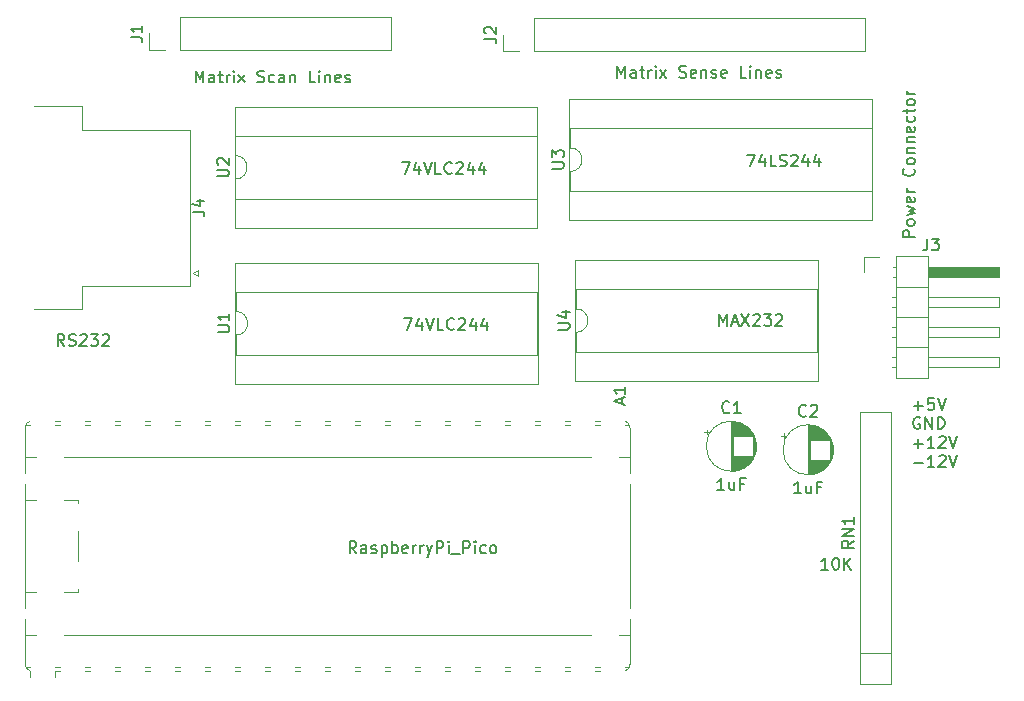
<source format=gbr>
%TF.GenerationSoftware,KiCad,Pcbnew,9.0.2*%
%TF.CreationDate,2025-07-27T17:40:09+01:00*%
%TF.ProjectId,Pico-Keyboard-Matrix-Interface,5069636f-2d4b-4657-9962-6f6172642d4d,rev?*%
%TF.SameCoordinates,Original*%
%TF.FileFunction,Legend,Top*%
%TF.FilePolarity,Positive*%
%FSLAX46Y46*%
G04 Gerber Fmt 4.6, Leading zero omitted, Abs format (unit mm)*
G04 Created by KiCad (PCBNEW 9.0.2) date 2025-07-27 17:40:09*
%MOMM*%
%LPD*%
G01*
G04 APERTURE LIST*
%ADD10C,0.200000*%
%ADD11C,0.150000*%
%ADD12C,0.120000*%
G04 APERTURE END LIST*
D10*
X145219673Y-74556434D02*
X145981578Y-74556434D01*
X145600625Y-74937387D02*
X145600625Y-74175482D01*
X146933958Y-73937387D02*
X146457768Y-73937387D01*
X146457768Y-73937387D02*
X146410149Y-74413577D01*
X146410149Y-74413577D02*
X146457768Y-74365958D01*
X146457768Y-74365958D02*
X146553006Y-74318339D01*
X146553006Y-74318339D02*
X146791101Y-74318339D01*
X146791101Y-74318339D02*
X146886339Y-74365958D01*
X146886339Y-74365958D02*
X146933958Y-74413577D01*
X146933958Y-74413577D02*
X146981577Y-74508815D01*
X146981577Y-74508815D02*
X146981577Y-74746910D01*
X146981577Y-74746910D02*
X146933958Y-74842148D01*
X146933958Y-74842148D02*
X146886339Y-74889768D01*
X146886339Y-74889768D02*
X146791101Y-74937387D01*
X146791101Y-74937387D02*
X146553006Y-74937387D01*
X146553006Y-74937387D02*
X146457768Y-74889768D01*
X146457768Y-74889768D02*
X146410149Y-74842148D01*
X147267292Y-73937387D02*
X147600625Y-74937387D01*
X147600625Y-74937387D02*
X147933958Y-73937387D01*
X145743482Y-75594950D02*
X145648244Y-75547331D01*
X145648244Y-75547331D02*
X145505387Y-75547331D01*
X145505387Y-75547331D02*
X145362530Y-75594950D01*
X145362530Y-75594950D02*
X145267292Y-75690188D01*
X145267292Y-75690188D02*
X145219673Y-75785426D01*
X145219673Y-75785426D02*
X145172054Y-75975902D01*
X145172054Y-75975902D02*
X145172054Y-76118759D01*
X145172054Y-76118759D02*
X145219673Y-76309235D01*
X145219673Y-76309235D02*
X145267292Y-76404473D01*
X145267292Y-76404473D02*
X145362530Y-76499712D01*
X145362530Y-76499712D02*
X145505387Y-76547331D01*
X145505387Y-76547331D02*
X145600625Y-76547331D01*
X145600625Y-76547331D02*
X145743482Y-76499712D01*
X145743482Y-76499712D02*
X145791101Y-76452092D01*
X145791101Y-76452092D02*
X145791101Y-76118759D01*
X145791101Y-76118759D02*
X145600625Y-76118759D01*
X146219673Y-76547331D02*
X146219673Y-75547331D01*
X146219673Y-75547331D02*
X146791101Y-76547331D01*
X146791101Y-76547331D02*
X146791101Y-75547331D01*
X147267292Y-76547331D02*
X147267292Y-75547331D01*
X147267292Y-75547331D02*
X147505387Y-75547331D01*
X147505387Y-75547331D02*
X147648244Y-75594950D01*
X147648244Y-75594950D02*
X147743482Y-75690188D01*
X147743482Y-75690188D02*
X147791101Y-75785426D01*
X147791101Y-75785426D02*
X147838720Y-75975902D01*
X147838720Y-75975902D02*
X147838720Y-76118759D01*
X147838720Y-76118759D02*
X147791101Y-76309235D01*
X147791101Y-76309235D02*
X147743482Y-76404473D01*
X147743482Y-76404473D02*
X147648244Y-76499712D01*
X147648244Y-76499712D02*
X147505387Y-76547331D01*
X147505387Y-76547331D02*
X147267292Y-76547331D01*
X145219673Y-77776322D02*
X145981578Y-77776322D01*
X145600625Y-78157275D02*
X145600625Y-77395370D01*
X146981577Y-78157275D02*
X146410149Y-78157275D01*
X146695863Y-78157275D02*
X146695863Y-77157275D01*
X146695863Y-77157275D02*
X146600625Y-77300132D01*
X146600625Y-77300132D02*
X146505387Y-77395370D01*
X146505387Y-77395370D02*
X146410149Y-77442989D01*
X147362530Y-77252513D02*
X147410149Y-77204894D01*
X147410149Y-77204894D02*
X147505387Y-77157275D01*
X147505387Y-77157275D02*
X147743482Y-77157275D01*
X147743482Y-77157275D02*
X147838720Y-77204894D01*
X147838720Y-77204894D02*
X147886339Y-77252513D01*
X147886339Y-77252513D02*
X147933958Y-77347751D01*
X147933958Y-77347751D02*
X147933958Y-77442989D01*
X147933958Y-77442989D02*
X147886339Y-77585846D01*
X147886339Y-77585846D02*
X147314911Y-78157275D01*
X147314911Y-78157275D02*
X147933958Y-78157275D01*
X148219673Y-77157275D02*
X148553006Y-78157275D01*
X148553006Y-78157275D02*
X148886339Y-77157275D01*
X145219673Y-79386266D02*
X145981578Y-79386266D01*
X146981577Y-79767219D02*
X146410149Y-79767219D01*
X146695863Y-79767219D02*
X146695863Y-78767219D01*
X146695863Y-78767219D02*
X146600625Y-78910076D01*
X146600625Y-78910076D02*
X146505387Y-79005314D01*
X146505387Y-79005314D02*
X146410149Y-79052933D01*
X147362530Y-78862457D02*
X147410149Y-78814838D01*
X147410149Y-78814838D02*
X147505387Y-78767219D01*
X147505387Y-78767219D02*
X147743482Y-78767219D01*
X147743482Y-78767219D02*
X147838720Y-78814838D01*
X147838720Y-78814838D02*
X147886339Y-78862457D01*
X147886339Y-78862457D02*
X147933958Y-78957695D01*
X147933958Y-78957695D02*
X147933958Y-79052933D01*
X147933958Y-79052933D02*
X147886339Y-79195790D01*
X147886339Y-79195790D02*
X147314911Y-79767219D01*
X147314911Y-79767219D02*
X147933958Y-79767219D01*
X148219673Y-78767219D02*
X148553006Y-79767219D01*
X148553006Y-79767219D02*
X148886339Y-78767219D01*
D11*
X114594819Y-54501904D02*
X115404342Y-54501904D01*
X115404342Y-54501904D02*
X115499580Y-54454285D01*
X115499580Y-54454285D02*
X115547200Y-54406666D01*
X115547200Y-54406666D02*
X115594819Y-54311428D01*
X115594819Y-54311428D02*
X115594819Y-54120952D01*
X115594819Y-54120952D02*
X115547200Y-54025714D01*
X115547200Y-54025714D02*
X115499580Y-53978095D01*
X115499580Y-53978095D02*
X115404342Y-53930476D01*
X115404342Y-53930476D02*
X114594819Y-53930476D01*
X114594819Y-53549523D02*
X114594819Y-52930476D01*
X114594819Y-52930476D02*
X114975771Y-53263809D01*
X114975771Y-53263809D02*
X114975771Y-53120952D01*
X114975771Y-53120952D02*
X115023390Y-53025714D01*
X115023390Y-53025714D02*
X115071009Y-52978095D01*
X115071009Y-52978095D02*
X115166247Y-52930476D01*
X115166247Y-52930476D02*
X115404342Y-52930476D01*
X115404342Y-52930476D02*
X115499580Y-52978095D01*
X115499580Y-52978095D02*
X115547200Y-53025714D01*
X115547200Y-53025714D02*
X115594819Y-53120952D01*
X115594819Y-53120952D02*
X115594819Y-53406666D01*
X115594819Y-53406666D02*
X115547200Y-53501904D01*
X115547200Y-53501904D02*
X115499580Y-53549523D01*
X131130952Y-53304819D02*
X131797618Y-53304819D01*
X131797618Y-53304819D02*
X131369047Y-54304819D01*
X132607142Y-53638152D02*
X132607142Y-54304819D01*
X132369047Y-53257200D02*
X132130952Y-53971485D01*
X132130952Y-53971485D02*
X132749999Y-53971485D01*
X133607142Y-54304819D02*
X133130952Y-54304819D01*
X133130952Y-54304819D02*
X133130952Y-53304819D01*
X133892857Y-54257200D02*
X134035714Y-54304819D01*
X134035714Y-54304819D02*
X134273809Y-54304819D01*
X134273809Y-54304819D02*
X134369047Y-54257200D01*
X134369047Y-54257200D02*
X134416666Y-54209580D01*
X134416666Y-54209580D02*
X134464285Y-54114342D01*
X134464285Y-54114342D02*
X134464285Y-54019104D01*
X134464285Y-54019104D02*
X134416666Y-53923866D01*
X134416666Y-53923866D02*
X134369047Y-53876247D01*
X134369047Y-53876247D02*
X134273809Y-53828628D01*
X134273809Y-53828628D02*
X134083333Y-53781009D01*
X134083333Y-53781009D02*
X133988095Y-53733390D01*
X133988095Y-53733390D02*
X133940476Y-53685771D01*
X133940476Y-53685771D02*
X133892857Y-53590533D01*
X133892857Y-53590533D02*
X133892857Y-53495295D01*
X133892857Y-53495295D02*
X133940476Y-53400057D01*
X133940476Y-53400057D02*
X133988095Y-53352438D01*
X133988095Y-53352438D02*
X134083333Y-53304819D01*
X134083333Y-53304819D02*
X134321428Y-53304819D01*
X134321428Y-53304819D02*
X134464285Y-53352438D01*
X134845238Y-53400057D02*
X134892857Y-53352438D01*
X134892857Y-53352438D02*
X134988095Y-53304819D01*
X134988095Y-53304819D02*
X135226190Y-53304819D01*
X135226190Y-53304819D02*
X135321428Y-53352438D01*
X135321428Y-53352438D02*
X135369047Y-53400057D01*
X135369047Y-53400057D02*
X135416666Y-53495295D01*
X135416666Y-53495295D02*
X135416666Y-53590533D01*
X135416666Y-53590533D02*
X135369047Y-53733390D01*
X135369047Y-53733390D02*
X134797619Y-54304819D01*
X134797619Y-54304819D02*
X135416666Y-54304819D01*
X136273809Y-53638152D02*
X136273809Y-54304819D01*
X136035714Y-53257200D02*
X135797619Y-53971485D01*
X135797619Y-53971485D02*
X136416666Y-53971485D01*
X137226190Y-53638152D02*
X137226190Y-54304819D01*
X136988095Y-53257200D02*
X136750000Y-53971485D01*
X136750000Y-53971485D02*
X137369047Y-53971485D01*
X86234819Y-55151904D02*
X87044342Y-55151904D01*
X87044342Y-55151904D02*
X87139580Y-55104285D01*
X87139580Y-55104285D02*
X87187200Y-55056666D01*
X87187200Y-55056666D02*
X87234819Y-54961428D01*
X87234819Y-54961428D02*
X87234819Y-54770952D01*
X87234819Y-54770952D02*
X87187200Y-54675714D01*
X87187200Y-54675714D02*
X87139580Y-54628095D01*
X87139580Y-54628095D02*
X87044342Y-54580476D01*
X87044342Y-54580476D02*
X86234819Y-54580476D01*
X86330057Y-54151904D02*
X86282438Y-54104285D01*
X86282438Y-54104285D02*
X86234819Y-54009047D01*
X86234819Y-54009047D02*
X86234819Y-53770952D01*
X86234819Y-53770952D02*
X86282438Y-53675714D01*
X86282438Y-53675714D02*
X86330057Y-53628095D01*
X86330057Y-53628095D02*
X86425295Y-53580476D01*
X86425295Y-53580476D02*
X86520533Y-53580476D01*
X86520533Y-53580476D02*
X86663390Y-53628095D01*
X86663390Y-53628095D02*
X87234819Y-54199523D01*
X87234819Y-54199523D02*
X87234819Y-53580476D01*
X101878571Y-53954819D02*
X102545237Y-53954819D01*
X102545237Y-53954819D02*
X102116666Y-54954819D01*
X103354761Y-54288152D02*
X103354761Y-54954819D01*
X103116666Y-53907200D02*
X102878571Y-54621485D01*
X102878571Y-54621485D02*
X103497618Y-54621485D01*
X103735714Y-53954819D02*
X104069047Y-54954819D01*
X104069047Y-54954819D02*
X104402380Y-53954819D01*
X105211904Y-54954819D02*
X104735714Y-54954819D01*
X104735714Y-54954819D02*
X104735714Y-53954819D01*
X106116666Y-54859580D02*
X106069047Y-54907200D01*
X106069047Y-54907200D02*
X105926190Y-54954819D01*
X105926190Y-54954819D02*
X105830952Y-54954819D01*
X105830952Y-54954819D02*
X105688095Y-54907200D01*
X105688095Y-54907200D02*
X105592857Y-54811961D01*
X105592857Y-54811961D02*
X105545238Y-54716723D01*
X105545238Y-54716723D02*
X105497619Y-54526247D01*
X105497619Y-54526247D02*
X105497619Y-54383390D01*
X105497619Y-54383390D02*
X105545238Y-54192914D01*
X105545238Y-54192914D02*
X105592857Y-54097676D01*
X105592857Y-54097676D02*
X105688095Y-54002438D01*
X105688095Y-54002438D02*
X105830952Y-53954819D01*
X105830952Y-53954819D02*
X105926190Y-53954819D01*
X105926190Y-53954819D02*
X106069047Y-54002438D01*
X106069047Y-54002438D02*
X106116666Y-54050057D01*
X106497619Y-54050057D02*
X106545238Y-54002438D01*
X106545238Y-54002438D02*
X106640476Y-53954819D01*
X106640476Y-53954819D02*
X106878571Y-53954819D01*
X106878571Y-53954819D02*
X106973809Y-54002438D01*
X106973809Y-54002438D02*
X107021428Y-54050057D01*
X107021428Y-54050057D02*
X107069047Y-54145295D01*
X107069047Y-54145295D02*
X107069047Y-54240533D01*
X107069047Y-54240533D02*
X107021428Y-54383390D01*
X107021428Y-54383390D02*
X106450000Y-54954819D01*
X106450000Y-54954819D02*
X107069047Y-54954819D01*
X107926190Y-54288152D02*
X107926190Y-54954819D01*
X107688095Y-53907200D02*
X107450000Y-54621485D01*
X107450000Y-54621485D02*
X108069047Y-54621485D01*
X108878571Y-54288152D02*
X108878571Y-54954819D01*
X108640476Y-53907200D02*
X108402381Y-54621485D01*
X108402381Y-54621485D02*
X109021428Y-54621485D01*
X136110733Y-75409580D02*
X136063114Y-75457200D01*
X136063114Y-75457200D02*
X135920257Y-75504819D01*
X135920257Y-75504819D02*
X135825019Y-75504819D01*
X135825019Y-75504819D02*
X135682162Y-75457200D01*
X135682162Y-75457200D02*
X135586924Y-75361961D01*
X135586924Y-75361961D02*
X135539305Y-75266723D01*
X135539305Y-75266723D02*
X135491686Y-75076247D01*
X135491686Y-75076247D02*
X135491686Y-74933390D01*
X135491686Y-74933390D02*
X135539305Y-74742914D01*
X135539305Y-74742914D02*
X135586924Y-74647676D01*
X135586924Y-74647676D02*
X135682162Y-74552438D01*
X135682162Y-74552438D02*
X135825019Y-74504819D01*
X135825019Y-74504819D02*
X135920257Y-74504819D01*
X135920257Y-74504819D02*
X136063114Y-74552438D01*
X136063114Y-74552438D02*
X136110733Y-74600057D01*
X136491686Y-74600057D02*
X136539305Y-74552438D01*
X136539305Y-74552438D02*
X136634543Y-74504819D01*
X136634543Y-74504819D02*
X136872638Y-74504819D01*
X136872638Y-74504819D02*
X136967876Y-74552438D01*
X136967876Y-74552438D02*
X137015495Y-74600057D01*
X137015495Y-74600057D02*
X137063114Y-74695295D01*
X137063114Y-74695295D02*
X137063114Y-74790533D01*
X137063114Y-74790533D02*
X137015495Y-74933390D01*
X137015495Y-74933390D02*
X136444067Y-75504819D01*
X136444067Y-75504819D02*
X137063114Y-75504819D01*
X135682161Y-82004819D02*
X135110733Y-82004819D01*
X135396447Y-82004819D02*
X135396447Y-81004819D01*
X135396447Y-81004819D02*
X135301209Y-81147676D01*
X135301209Y-81147676D02*
X135205971Y-81242914D01*
X135205971Y-81242914D02*
X135110733Y-81290533D01*
X136539304Y-81338152D02*
X136539304Y-82004819D01*
X136110733Y-81338152D02*
X136110733Y-81861961D01*
X136110733Y-81861961D02*
X136158352Y-81957200D01*
X136158352Y-81957200D02*
X136253590Y-82004819D01*
X136253590Y-82004819D02*
X136396447Y-82004819D01*
X136396447Y-82004819D02*
X136491685Y-81957200D01*
X136491685Y-81957200D02*
X136539304Y-81909580D01*
X137348828Y-81481009D02*
X137015495Y-81481009D01*
X137015495Y-82004819D02*
X137015495Y-81004819D01*
X137015495Y-81004819D02*
X137491685Y-81004819D01*
X146366666Y-60424819D02*
X146366666Y-61139104D01*
X146366666Y-61139104D02*
X146319047Y-61281961D01*
X146319047Y-61281961D02*
X146223809Y-61377200D01*
X146223809Y-61377200D02*
X146080952Y-61424819D01*
X146080952Y-61424819D02*
X145985714Y-61424819D01*
X146747619Y-60424819D02*
X147366666Y-60424819D01*
X147366666Y-60424819D02*
X147033333Y-60805771D01*
X147033333Y-60805771D02*
X147176190Y-60805771D01*
X147176190Y-60805771D02*
X147271428Y-60853390D01*
X147271428Y-60853390D02*
X147319047Y-60901009D01*
X147319047Y-60901009D02*
X147366666Y-60996247D01*
X147366666Y-60996247D02*
X147366666Y-61234342D01*
X147366666Y-61234342D02*
X147319047Y-61329580D01*
X147319047Y-61329580D02*
X147271428Y-61377200D01*
X147271428Y-61377200D02*
X147176190Y-61424819D01*
X147176190Y-61424819D02*
X146890476Y-61424819D01*
X146890476Y-61424819D02*
X146795238Y-61377200D01*
X146795238Y-61377200D02*
X146747619Y-61329580D01*
X145304819Y-60269048D02*
X144304819Y-60269048D01*
X144304819Y-60269048D02*
X144304819Y-59888096D01*
X144304819Y-59888096D02*
X144352438Y-59792858D01*
X144352438Y-59792858D02*
X144400057Y-59745239D01*
X144400057Y-59745239D02*
X144495295Y-59697620D01*
X144495295Y-59697620D02*
X144638152Y-59697620D01*
X144638152Y-59697620D02*
X144733390Y-59745239D01*
X144733390Y-59745239D02*
X144781009Y-59792858D01*
X144781009Y-59792858D02*
X144828628Y-59888096D01*
X144828628Y-59888096D02*
X144828628Y-60269048D01*
X145304819Y-59126191D02*
X145257200Y-59221429D01*
X145257200Y-59221429D02*
X145209580Y-59269048D01*
X145209580Y-59269048D02*
X145114342Y-59316667D01*
X145114342Y-59316667D02*
X144828628Y-59316667D01*
X144828628Y-59316667D02*
X144733390Y-59269048D01*
X144733390Y-59269048D02*
X144685771Y-59221429D01*
X144685771Y-59221429D02*
X144638152Y-59126191D01*
X144638152Y-59126191D02*
X144638152Y-58983334D01*
X144638152Y-58983334D02*
X144685771Y-58888096D01*
X144685771Y-58888096D02*
X144733390Y-58840477D01*
X144733390Y-58840477D02*
X144828628Y-58792858D01*
X144828628Y-58792858D02*
X145114342Y-58792858D01*
X145114342Y-58792858D02*
X145209580Y-58840477D01*
X145209580Y-58840477D02*
X145257200Y-58888096D01*
X145257200Y-58888096D02*
X145304819Y-58983334D01*
X145304819Y-58983334D02*
X145304819Y-59126191D01*
X144638152Y-58459524D02*
X145304819Y-58269048D01*
X145304819Y-58269048D02*
X144828628Y-58078572D01*
X144828628Y-58078572D02*
X145304819Y-57888096D01*
X145304819Y-57888096D02*
X144638152Y-57697620D01*
X145257200Y-56935715D02*
X145304819Y-57030953D01*
X145304819Y-57030953D02*
X145304819Y-57221429D01*
X145304819Y-57221429D02*
X145257200Y-57316667D01*
X145257200Y-57316667D02*
X145161961Y-57364286D01*
X145161961Y-57364286D02*
X144781009Y-57364286D01*
X144781009Y-57364286D02*
X144685771Y-57316667D01*
X144685771Y-57316667D02*
X144638152Y-57221429D01*
X144638152Y-57221429D02*
X144638152Y-57030953D01*
X144638152Y-57030953D02*
X144685771Y-56935715D01*
X144685771Y-56935715D02*
X144781009Y-56888096D01*
X144781009Y-56888096D02*
X144876247Y-56888096D01*
X144876247Y-56888096D02*
X144971485Y-57364286D01*
X145304819Y-56459524D02*
X144638152Y-56459524D01*
X144828628Y-56459524D02*
X144733390Y-56411905D01*
X144733390Y-56411905D02*
X144685771Y-56364286D01*
X144685771Y-56364286D02*
X144638152Y-56269048D01*
X144638152Y-56269048D02*
X144638152Y-56173810D01*
X145209580Y-54507143D02*
X145257200Y-54554762D01*
X145257200Y-54554762D02*
X145304819Y-54697619D01*
X145304819Y-54697619D02*
X145304819Y-54792857D01*
X145304819Y-54792857D02*
X145257200Y-54935714D01*
X145257200Y-54935714D02*
X145161961Y-55030952D01*
X145161961Y-55030952D02*
X145066723Y-55078571D01*
X145066723Y-55078571D02*
X144876247Y-55126190D01*
X144876247Y-55126190D02*
X144733390Y-55126190D01*
X144733390Y-55126190D02*
X144542914Y-55078571D01*
X144542914Y-55078571D02*
X144447676Y-55030952D01*
X144447676Y-55030952D02*
X144352438Y-54935714D01*
X144352438Y-54935714D02*
X144304819Y-54792857D01*
X144304819Y-54792857D02*
X144304819Y-54697619D01*
X144304819Y-54697619D02*
X144352438Y-54554762D01*
X144352438Y-54554762D02*
X144400057Y-54507143D01*
X145304819Y-53935714D02*
X145257200Y-54030952D01*
X145257200Y-54030952D02*
X145209580Y-54078571D01*
X145209580Y-54078571D02*
X145114342Y-54126190D01*
X145114342Y-54126190D02*
X144828628Y-54126190D01*
X144828628Y-54126190D02*
X144733390Y-54078571D01*
X144733390Y-54078571D02*
X144685771Y-54030952D01*
X144685771Y-54030952D02*
X144638152Y-53935714D01*
X144638152Y-53935714D02*
X144638152Y-53792857D01*
X144638152Y-53792857D02*
X144685771Y-53697619D01*
X144685771Y-53697619D02*
X144733390Y-53650000D01*
X144733390Y-53650000D02*
X144828628Y-53602381D01*
X144828628Y-53602381D02*
X145114342Y-53602381D01*
X145114342Y-53602381D02*
X145209580Y-53650000D01*
X145209580Y-53650000D02*
X145257200Y-53697619D01*
X145257200Y-53697619D02*
X145304819Y-53792857D01*
X145304819Y-53792857D02*
X145304819Y-53935714D01*
X144638152Y-53173809D02*
X145304819Y-53173809D01*
X144733390Y-53173809D02*
X144685771Y-53126190D01*
X144685771Y-53126190D02*
X144638152Y-53030952D01*
X144638152Y-53030952D02*
X144638152Y-52888095D01*
X144638152Y-52888095D02*
X144685771Y-52792857D01*
X144685771Y-52792857D02*
X144781009Y-52745238D01*
X144781009Y-52745238D02*
X145304819Y-52745238D01*
X144638152Y-52269047D02*
X145304819Y-52269047D01*
X144733390Y-52269047D02*
X144685771Y-52221428D01*
X144685771Y-52221428D02*
X144638152Y-52126190D01*
X144638152Y-52126190D02*
X144638152Y-51983333D01*
X144638152Y-51983333D02*
X144685771Y-51888095D01*
X144685771Y-51888095D02*
X144781009Y-51840476D01*
X144781009Y-51840476D02*
X145304819Y-51840476D01*
X145257200Y-50983333D02*
X145304819Y-51078571D01*
X145304819Y-51078571D02*
X145304819Y-51269047D01*
X145304819Y-51269047D02*
X145257200Y-51364285D01*
X145257200Y-51364285D02*
X145161961Y-51411904D01*
X145161961Y-51411904D02*
X144781009Y-51411904D01*
X144781009Y-51411904D02*
X144685771Y-51364285D01*
X144685771Y-51364285D02*
X144638152Y-51269047D01*
X144638152Y-51269047D02*
X144638152Y-51078571D01*
X144638152Y-51078571D02*
X144685771Y-50983333D01*
X144685771Y-50983333D02*
X144781009Y-50935714D01*
X144781009Y-50935714D02*
X144876247Y-50935714D01*
X144876247Y-50935714D02*
X144971485Y-51411904D01*
X145257200Y-50078571D02*
X145304819Y-50173809D01*
X145304819Y-50173809D02*
X145304819Y-50364285D01*
X145304819Y-50364285D02*
X145257200Y-50459523D01*
X145257200Y-50459523D02*
X145209580Y-50507142D01*
X145209580Y-50507142D02*
X145114342Y-50554761D01*
X145114342Y-50554761D02*
X144828628Y-50554761D01*
X144828628Y-50554761D02*
X144733390Y-50507142D01*
X144733390Y-50507142D02*
X144685771Y-50459523D01*
X144685771Y-50459523D02*
X144638152Y-50364285D01*
X144638152Y-50364285D02*
X144638152Y-50173809D01*
X144638152Y-50173809D02*
X144685771Y-50078571D01*
X144638152Y-49792856D02*
X144638152Y-49411904D01*
X144304819Y-49649999D02*
X145161961Y-49649999D01*
X145161961Y-49649999D02*
X145257200Y-49602380D01*
X145257200Y-49602380D02*
X145304819Y-49507142D01*
X145304819Y-49507142D02*
X145304819Y-49411904D01*
X145304819Y-48935713D02*
X145257200Y-49030951D01*
X145257200Y-49030951D02*
X145209580Y-49078570D01*
X145209580Y-49078570D02*
X145114342Y-49126189D01*
X145114342Y-49126189D02*
X144828628Y-49126189D01*
X144828628Y-49126189D02*
X144733390Y-49078570D01*
X144733390Y-49078570D02*
X144685771Y-49030951D01*
X144685771Y-49030951D02*
X144638152Y-48935713D01*
X144638152Y-48935713D02*
X144638152Y-48792856D01*
X144638152Y-48792856D02*
X144685771Y-48697618D01*
X144685771Y-48697618D02*
X144733390Y-48649999D01*
X144733390Y-48649999D02*
X144828628Y-48602380D01*
X144828628Y-48602380D02*
X145114342Y-48602380D01*
X145114342Y-48602380D02*
X145209580Y-48649999D01*
X145209580Y-48649999D02*
X145257200Y-48697618D01*
X145257200Y-48697618D02*
X145304819Y-48792856D01*
X145304819Y-48792856D02*
X145304819Y-48935713D01*
X145304819Y-48173808D02*
X144638152Y-48173808D01*
X144828628Y-48173808D02*
X144733390Y-48126189D01*
X144733390Y-48126189D02*
X144685771Y-48078570D01*
X144685771Y-48078570D02*
X144638152Y-47983332D01*
X144638152Y-47983332D02*
X144638152Y-47888094D01*
X120534104Y-74413339D02*
X120534104Y-73937149D01*
X120819819Y-74508577D02*
X119819819Y-74175244D01*
X119819819Y-74175244D02*
X120819819Y-73841911D01*
X120819819Y-72984768D02*
X120819819Y-73556196D01*
X120819819Y-73270482D02*
X119819819Y-73270482D01*
X119819819Y-73270482D02*
X119962676Y-73365720D01*
X119962676Y-73365720D02*
X120057914Y-73460958D01*
X120057914Y-73460958D02*
X120105533Y-73556196D01*
X98030951Y-87054819D02*
X97697618Y-86578628D01*
X97459523Y-87054819D02*
X97459523Y-86054819D01*
X97459523Y-86054819D02*
X97840475Y-86054819D01*
X97840475Y-86054819D02*
X97935713Y-86102438D01*
X97935713Y-86102438D02*
X97983332Y-86150057D01*
X97983332Y-86150057D02*
X98030951Y-86245295D01*
X98030951Y-86245295D02*
X98030951Y-86388152D01*
X98030951Y-86388152D02*
X97983332Y-86483390D01*
X97983332Y-86483390D02*
X97935713Y-86531009D01*
X97935713Y-86531009D02*
X97840475Y-86578628D01*
X97840475Y-86578628D02*
X97459523Y-86578628D01*
X98888094Y-87054819D02*
X98888094Y-86531009D01*
X98888094Y-86531009D02*
X98840475Y-86435771D01*
X98840475Y-86435771D02*
X98745237Y-86388152D01*
X98745237Y-86388152D02*
X98554761Y-86388152D01*
X98554761Y-86388152D02*
X98459523Y-86435771D01*
X98888094Y-87007200D02*
X98792856Y-87054819D01*
X98792856Y-87054819D02*
X98554761Y-87054819D01*
X98554761Y-87054819D02*
X98459523Y-87007200D01*
X98459523Y-87007200D02*
X98411904Y-86911961D01*
X98411904Y-86911961D02*
X98411904Y-86816723D01*
X98411904Y-86816723D02*
X98459523Y-86721485D01*
X98459523Y-86721485D02*
X98554761Y-86673866D01*
X98554761Y-86673866D02*
X98792856Y-86673866D01*
X98792856Y-86673866D02*
X98888094Y-86626247D01*
X99316666Y-87007200D02*
X99411904Y-87054819D01*
X99411904Y-87054819D02*
X99602380Y-87054819D01*
X99602380Y-87054819D02*
X99697618Y-87007200D01*
X99697618Y-87007200D02*
X99745237Y-86911961D01*
X99745237Y-86911961D02*
X99745237Y-86864342D01*
X99745237Y-86864342D02*
X99697618Y-86769104D01*
X99697618Y-86769104D02*
X99602380Y-86721485D01*
X99602380Y-86721485D02*
X99459523Y-86721485D01*
X99459523Y-86721485D02*
X99364285Y-86673866D01*
X99364285Y-86673866D02*
X99316666Y-86578628D01*
X99316666Y-86578628D02*
X99316666Y-86531009D01*
X99316666Y-86531009D02*
X99364285Y-86435771D01*
X99364285Y-86435771D02*
X99459523Y-86388152D01*
X99459523Y-86388152D02*
X99602380Y-86388152D01*
X99602380Y-86388152D02*
X99697618Y-86435771D01*
X100173809Y-86388152D02*
X100173809Y-87388152D01*
X100173809Y-86435771D02*
X100269047Y-86388152D01*
X100269047Y-86388152D02*
X100459523Y-86388152D01*
X100459523Y-86388152D02*
X100554761Y-86435771D01*
X100554761Y-86435771D02*
X100602380Y-86483390D01*
X100602380Y-86483390D02*
X100649999Y-86578628D01*
X100649999Y-86578628D02*
X100649999Y-86864342D01*
X100649999Y-86864342D02*
X100602380Y-86959580D01*
X100602380Y-86959580D02*
X100554761Y-87007200D01*
X100554761Y-87007200D02*
X100459523Y-87054819D01*
X100459523Y-87054819D02*
X100269047Y-87054819D01*
X100269047Y-87054819D02*
X100173809Y-87007200D01*
X101078571Y-87054819D02*
X101078571Y-86054819D01*
X101078571Y-86435771D02*
X101173809Y-86388152D01*
X101173809Y-86388152D02*
X101364285Y-86388152D01*
X101364285Y-86388152D02*
X101459523Y-86435771D01*
X101459523Y-86435771D02*
X101507142Y-86483390D01*
X101507142Y-86483390D02*
X101554761Y-86578628D01*
X101554761Y-86578628D02*
X101554761Y-86864342D01*
X101554761Y-86864342D02*
X101507142Y-86959580D01*
X101507142Y-86959580D02*
X101459523Y-87007200D01*
X101459523Y-87007200D02*
X101364285Y-87054819D01*
X101364285Y-87054819D02*
X101173809Y-87054819D01*
X101173809Y-87054819D02*
X101078571Y-87007200D01*
X102364285Y-87007200D02*
X102269047Y-87054819D01*
X102269047Y-87054819D02*
X102078571Y-87054819D01*
X102078571Y-87054819D02*
X101983333Y-87007200D01*
X101983333Y-87007200D02*
X101935714Y-86911961D01*
X101935714Y-86911961D02*
X101935714Y-86531009D01*
X101935714Y-86531009D02*
X101983333Y-86435771D01*
X101983333Y-86435771D02*
X102078571Y-86388152D01*
X102078571Y-86388152D02*
X102269047Y-86388152D01*
X102269047Y-86388152D02*
X102364285Y-86435771D01*
X102364285Y-86435771D02*
X102411904Y-86531009D01*
X102411904Y-86531009D02*
X102411904Y-86626247D01*
X102411904Y-86626247D02*
X101935714Y-86721485D01*
X102840476Y-87054819D02*
X102840476Y-86388152D01*
X102840476Y-86578628D02*
X102888095Y-86483390D01*
X102888095Y-86483390D02*
X102935714Y-86435771D01*
X102935714Y-86435771D02*
X103030952Y-86388152D01*
X103030952Y-86388152D02*
X103126190Y-86388152D01*
X103459524Y-87054819D02*
X103459524Y-86388152D01*
X103459524Y-86578628D02*
X103507143Y-86483390D01*
X103507143Y-86483390D02*
X103554762Y-86435771D01*
X103554762Y-86435771D02*
X103650000Y-86388152D01*
X103650000Y-86388152D02*
X103745238Y-86388152D01*
X103983334Y-86388152D02*
X104221429Y-87054819D01*
X104459524Y-86388152D02*
X104221429Y-87054819D01*
X104221429Y-87054819D02*
X104126191Y-87292914D01*
X104126191Y-87292914D02*
X104078572Y-87340533D01*
X104078572Y-87340533D02*
X103983334Y-87388152D01*
X104840477Y-87054819D02*
X104840477Y-86054819D01*
X104840477Y-86054819D02*
X105221429Y-86054819D01*
X105221429Y-86054819D02*
X105316667Y-86102438D01*
X105316667Y-86102438D02*
X105364286Y-86150057D01*
X105364286Y-86150057D02*
X105411905Y-86245295D01*
X105411905Y-86245295D02*
X105411905Y-86388152D01*
X105411905Y-86388152D02*
X105364286Y-86483390D01*
X105364286Y-86483390D02*
X105316667Y-86531009D01*
X105316667Y-86531009D02*
X105221429Y-86578628D01*
X105221429Y-86578628D02*
X104840477Y-86578628D01*
X105840477Y-87054819D02*
X105840477Y-86388152D01*
X105840477Y-86054819D02*
X105792858Y-86102438D01*
X105792858Y-86102438D02*
X105840477Y-86150057D01*
X105840477Y-86150057D02*
X105888096Y-86102438D01*
X105888096Y-86102438D02*
X105840477Y-86054819D01*
X105840477Y-86054819D02*
X105840477Y-86150057D01*
X106078572Y-87150057D02*
X106840476Y-87150057D01*
X107078572Y-87054819D02*
X107078572Y-86054819D01*
X107078572Y-86054819D02*
X107459524Y-86054819D01*
X107459524Y-86054819D02*
X107554762Y-86102438D01*
X107554762Y-86102438D02*
X107602381Y-86150057D01*
X107602381Y-86150057D02*
X107650000Y-86245295D01*
X107650000Y-86245295D02*
X107650000Y-86388152D01*
X107650000Y-86388152D02*
X107602381Y-86483390D01*
X107602381Y-86483390D02*
X107554762Y-86531009D01*
X107554762Y-86531009D02*
X107459524Y-86578628D01*
X107459524Y-86578628D02*
X107078572Y-86578628D01*
X108078572Y-87054819D02*
X108078572Y-86388152D01*
X108078572Y-86054819D02*
X108030953Y-86102438D01*
X108030953Y-86102438D02*
X108078572Y-86150057D01*
X108078572Y-86150057D02*
X108126191Y-86102438D01*
X108126191Y-86102438D02*
X108078572Y-86054819D01*
X108078572Y-86054819D02*
X108078572Y-86150057D01*
X108983333Y-87007200D02*
X108888095Y-87054819D01*
X108888095Y-87054819D02*
X108697619Y-87054819D01*
X108697619Y-87054819D02*
X108602381Y-87007200D01*
X108602381Y-87007200D02*
X108554762Y-86959580D01*
X108554762Y-86959580D02*
X108507143Y-86864342D01*
X108507143Y-86864342D02*
X108507143Y-86578628D01*
X108507143Y-86578628D02*
X108554762Y-86483390D01*
X108554762Y-86483390D02*
X108602381Y-86435771D01*
X108602381Y-86435771D02*
X108697619Y-86388152D01*
X108697619Y-86388152D02*
X108888095Y-86388152D01*
X108888095Y-86388152D02*
X108983333Y-86435771D01*
X109554762Y-87054819D02*
X109459524Y-87007200D01*
X109459524Y-87007200D02*
X109411905Y-86959580D01*
X109411905Y-86959580D02*
X109364286Y-86864342D01*
X109364286Y-86864342D02*
X109364286Y-86578628D01*
X109364286Y-86578628D02*
X109411905Y-86483390D01*
X109411905Y-86483390D02*
X109459524Y-86435771D01*
X109459524Y-86435771D02*
X109554762Y-86388152D01*
X109554762Y-86388152D02*
X109697619Y-86388152D01*
X109697619Y-86388152D02*
X109792857Y-86435771D01*
X109792857Y-86435771D02*
X109840476Y-86483390D01*
X109840476Y-86483390D02*
X109888095Y-86578628D01*
X109888095Y-86578628D02*
X109888095Y-86864342D01*
X109888095Y-86864342D02*
X109840476Y-86959580D01*
X109840476Y-86959580D02*
X109792857Y-87007200D01*
X109792857Y-87007200D02*
X109697619Y-87054819D01*
X109697619Y-87054819D02*
X109554762Y-87054819D01*
X115084819Y-68121904D02*
X115894342Y-68121904D01*
X115894342Y-68121904D02*
X115989580Y-68074285D01*
X115989580Y-68074285D02*
X116037200Y-68026666D01*
X116037200Y-68026666D02*
X116084819Y-67931428D01*
X116084819Y-67931428D02*
X116084819Y-67740952D01*
X116084819Y-67740952D02*
X116037200Y-67645714D01*
X116037200Y-67645714D02*
X115989580Y-67598095D01*
X115989580Y-67598095D02*
X115894342Y-67550476D01*
X115894342Y-67550476D02*
X115084819Y-67550476D01*
X115418152Y-66645714D02*
X116084819Y-66645714D01*
X115037200Y-66883809D02*
X115751485Y-67121904D01*
X115751485Y-67121904D02*
X115751485Y-66502857D01*
X128733333Y-67804819D02*
X128733333Y-66804819D01*
X128733333Y-66804819D02*
X129066666Y-67519104D01*
X129066666Y-67519104D02*
X129399999Y-66804819D01*
X129399999Y-66804819D02*
X129399999Y-67804819D01*
X129828571Y-67519104D02*
X130304761Y-67519104D01*
X129733333Y-67804819D02*
X130066666Y-66804819D01*
X130066666Y-66804819D02*
X130399999Y-67804819D01*
X130638095Y-66804819D02*
X131304761Y-67804819D01*
X131304761Y-66804819D02*
X130638095Y-67804819D01*
X131638095Y-66900057D02*
X131685714Y-66852438D01*
X131685714Y-66852438D02*
X131780952Y-66804819D01*
X131780952Y-66804819D02*
X132019047Y-66804819D01*
X132019047Y-66804819D02*
X132114285Y-66852438D01*
X132114285Y-66852438D02*
X132161904Y-66900057D01*
X132161904Y-66900057D02*
X132209523Y-66995295D01*
X132209523Y-66995295D02*
X132209523Y-67090533D01*
X132209523Y-67090533D02*
X132161904Y-67233390D01*
X132161904Y-67233390D02*
X131590476Y-67804819D01*
X131590476Y-67804819D02*
X132209523Y-67804819D01*
X132542857Y-66804819D02*
X133161904Y-66804819D01*
X133161904Y-66804819D02*
X132828571Y-67185771D01*
X132828571Y-67185771D02*
X132971428Y-67185771D01*
X132971428Y-67185771D02*
X133066666Y-67233390D01*
X133066666Y-67233390D02*
X133114285Y-67281009D01*
X133114285Y-67281009D02*
X133161904Y-67376247D01*
X133161904Y-67376247D02*
X133161904Y-67614342D01*
X133161904Y-67614342D02*
X133114285Y-67709580D01*
X133114285Y-67709580D02*
X133066666Y-67757200D01*
X133066666Y-67757200D02*
X132971428Y-67804819D01*
X132971428Y-67804819D02*
X132685714Y-67804819D01*
X132685714Y-67804819D02*
X132590476Y-67757200D01*
X132590476Y-67757200D02*
X132542857Y-67709580D01*
X133542857Y-66900057D02*
X133590476Y-66852438D01*
X133590476Y-66852438D02*
X133685714Y-66804819D01*
X133685714Y-66804819D02*
X133923809Y-66804819D01*
X133923809Y-66804819D02*
X134019047Y-66852438D01*
X134019047Y-66852438D02*
X134066666Y-66900057D01*
X134066666Y-66900057D02*
X134114285Y-66995295D01*
X134114285Y-66995295D02*
X134114285Y-67090533D01*
X134114285Y-67090533D02*
X134066666Y-67233390D01*
X134066666Y-67233390D02*
X133495238Y-67804819D01*
X133495238Y-67804819D02*
X134114285Y-67804819D01*
X108884819Y-43483333D02*
X109599104Y-43483333D01*
X109599104Y-43483333D02*
X109741961Y-43530952D01*
X109741961Y-43530952D02*
X109837200Y-43626190D01*
X109837200Y-43626190D02*
X109884819Y-43769047D01*
X109884819Y-43769047D02*
X109884819Y-43864285D01*
X108980057Y-43054761D02*
X108932438Y-43007142D01*
X108932438Y-43007142D02*
X108884819Y-42911904D01*
X108884819Y-42911904D02*
X108884819Y-42673809D01*
X108884819Y-42673809D02*
X108932438Y-42578571D01*
X108932438Y-42578571D02*
X108980057Y-42530952D01*
X108980057Y-42530952D02*
X109075295Y-42483333D01*
X109075295Y-42483333D02*
X109170533Y-42483333D01*
X109170533Y-42483333D02*
X109313390Y-42530952D01*
X109313390Y-42530952D02*
X109884819Y-43102380D01*
X109884819Y-43102380D02*
X109884819Y-42483333D01*
X120145237Y-46804819D02*
X120145237Y-45804819D01*
X120145237Y-45804819D02*
X120478570Y-46519104D01*
X120478570Y-46519104D02*
X120811903Y-45804819D01*
X120811903Y-45804819D02*
X120811903Y-46804819D01*
X121716665Y-46804819D02*
X121716665Y-46281009D01*
X121716665Y-46281009D02*
X121669046Y-46185771D01*
X121669046Y-46185771D02*
X121573808Y-46138152D01*
X121573808Y-46138152D02*
X121383332Y-46138152D01*
X121383332Y-46138152D02*
X121288094Y-46185771D01*
X121716665Y-46757200D02*
X121621427Y-46804819D01*
X121621427Y-46804819D02*
X121383332Y-46804819D01*
X121383332Y-46804819D02*
X121288094Y-46757200D01*
X121288094Y-46757200D02*
X121240475Y-46661961D01*
X121240475Y-46661961D02*
X121240475Y-46566723D01*
X121240475Y-46566723D02*
X121288094Y-46471485D01*
X121288094Y-46471485D02*
X121383332Y-46423866D01*
X121383332Y-46423866D02*
X121621427Y-46423866D01*
X121621427Y-46423866D02*
X121716665Y-46376247D01*
X122049999Y-46138152D02*
X122430951Y-46138152D01*
X122192856Y-45804819D02*
X122192856Y-46661961D01*
X122192856Y-46661961D02*
X122240475Y-46757200D01*
X122240475Y-46757200D02*
X122335713Y-46804819D01*
X122335713Y-46804819D02*
X122430951Y-46804819D01*
X122764285Y-46804819D02*
X122764285Y-46138152D01*
X122764285Y-46328628D02*
X122811904Y-46233390D01*
X122811904Y-46233390D02*
X122859523Y-46185771D01*
X122859523Y-46185771D02*
X122954761Y-46138152D01*
X122954761Y-46138152D02*
X123049999Y-46138152D01*
X123383333Y-46804819D02*
X123383333Y-46138152D01*
X123383333Y-45804819D02*
X123335714Y-45852438D01*
X123335714Y-45852438D02*
X123383333Y-45900057D01*
X123383333Y-45900057D02*
X123430952Y-45852438D01*
X123430952Y-45852438D02*
X123383333Y-45804819D01*
X123383333Y-45804819D02*
X123383333Y-45900057D01*
X123764285Y-46804819D02*
X124288094Y-46138152D01*
X123764285Y-46138152D02*
X124288094Y-46804819D01*
X125383333Y-46757200D02*
X125526190Y-46804819D01*
X125526190Y-46804819D02*
X125764285Y-46804819D01*
X125764285Y-46804819D02*
X125859523Y-46757200D01*
X125859523Y-46757200D02*
X125907142Y-46709580D01*
X125907142Y-46709580D02*
X125954761Y-46614342D01*
X125954761Y-46614342D02*
X125954761Y-46519104D01*
X125954761Y-46519104D02*
X125907142Y-46423866D01*
X125907142Y-46423866D02*
X125859523Y-46376247D01*
X125859523Y-46376247D02*
X125764285Y-46328628D01*
X125764285Y-46328628D02*
X125573809Y-46281009D01*
X125573809Y-46281009D02*
X125478571Y-46233390D01*
X125478571Y-46233390D02*
X125430952Y-46185771D01*
X125430952Y-46185771D02*
X125383333Y-46090533D01*
X125383333Y-46090533D02*
X125383333Y-45995295D01*
X125383333Y-45995295D02*
X125430952Y-45900057D01*
X125430952Y-45900057D02*
X125478571Y-45852438D01*
X125478571Y-45852438D02*
X125573809Y-45804819D01*
X125573809Y-45804819D02*
X125811904Y-45804819D01*
X125811904Y-45804819D02*
X125954761Y-45852438D01*
X126764285Y-46757200D02*
X126669047Y-46804819D01*
X126669047Y-46804819D02*
X126478571Y-46804819D01*
X126478571Y-46804819D02*
X126383333Y-46757200D01*
X126383333Y-46757200D02*
X126335714Y-46661961D01*
X126335714Y-46661961D02*
X126335714Y-46281009D01*
X126335714Y-46281009D02*
X126383333Y-46185771D01*
X126383333Y-46185771D02*
X126478571Y-46138152D01*
X126478571Y-46138152D02*
X126669047Y-46138152D01*
X126669047Y-46138152D02*
X126764285Y-46185771D01*
X126764285Y-46185771D02*
X126811904Y-46281009D01*
X126811904Y-46281009D02*
X126811904Y-46376247D01*
X126811904Y-46376247D02*
X126335714Y-46471485D01*
X127240476Y-46138152D02*
X127240476Y-46804819D01*
X127240476Y-46233390D02*
X127288095Y-46185771D01*
X127288095Y-46185771D02*
X127383333Y-46138152D01*
X127383333Y-46138152D02*
X127526190Y-46138152D01*
X127526190Y-46138152D02*
X127621428Y-46185771D01*
X127621428Y-46185771D02*
X127669047Y-46281009D01*
X127669047Y-46281009D02*
X127669047Y-46804819D01*
X128097619Y-46757200D02*
X128192857Y-46804819D01*
X128192857Y-46804819D02*
X128383333Y-46804819D01*
X128383333Y-46804819D02*
X128478571Y-46757200D01*
X128478571Y-46757200D02*
X128526190Y-46661961D01*
X128526190Y-46661961D02*
X128526190Y-46614342D01*
X128526190Y-46614342D02*
X128478571Y-46519104D01*
X128478571Y-46519104D02*
X128383333Y-46471485D01*
X128383333Y-46471485D02*
X128240476Y-46471485D01*
X128240476Y-46471485D02*
X128145238Y-46423866D01*
X128145238Y-46423866D02*
X128097619Y-46328628D01*
X128097619Y-46328628D02*
X128097619Y-46281009D01*
X128097619Y-46281009D02*
X128145238Y-46185771D01*
X128145238Y-46185771D02*
X128240476Y-46138152D01*
X128240476Y-46138152D02*
X128383333Y-46138152D01*
X128383333Y-46138152D02*
X128478571Y-46185771D01*
X129335714Y-46757200D02*
X129240476Y-46804819D01*
X129240476Y-46804819D02*
X129050000Y-46804819D01*
X129050000Y-46804819D02*
X128954762Y-46757200D01*
X128954762Y-46757200D02*
X128907143Y-46661961D01*
X128907143Y-46661961D02*
X128907143Y-46281009D01*
X128907143Y-46281009D02*
X128954762Y-46185771D01*
X128954762Y-46185771D02*
X129050000Y-46138152D01*
X129050000Y-46138152D02*
X129240476Y-46138152D01*
X129240476Y-46138152D02*
X129335714Y-46185771D01*
X129335714Y-46185771D02*
X129383333Y-46281009D01*
X129383333Y-46281009D02*
X129383333Y-46376247D01*
X129383333Y-46376247D02*
X128907143Y-46471485D01*
X131050000Y-46804819D02*
X130573810Y-46804819D01*
X130573810Y-46804819D02*
X130573810Y-45804819D01*
X131383334Y-46804819D02*
X131383334Y-46138152D01*
X131383334Y-45804819D02*
X131335715Y-45852438D01*
X131335715Y-45852438D02*
X131383334Y-45900057D01*
X131383334Y-45900057D02*
X131430953Y-45852438D01*
X131430953Y-45852438D02*
X131383334Y-45804819D01*
X131383334Y-45804819D02*
X131383334Y-45900057D01*
X131859524Y-46138152D02*
X131859524Y-46804819D01*
X131859524Y-46233390D02*
X131907143Y-46185771D01*
X131907143Y-46185771D02*
X132002381Y-46138152D01*
X132002381Y-46138152D02*
X132145238Y-46138152D01*
X132145238Y-46138152D02*
X132240476Y-46185771D01*
X132240476Y-46185771D02*
X132288095Y-46281009D01*
X132288095Y-46281009D02*
X132288095Y-46804819D01*
X133145238Y-46757200D02*
X133050000Y-46804819D01*
X133050000Y-46804819D02*
X132859524Y-46804819D01*
X132859524Y-46804819D02*
X132764286Y-46757200D01*
X132764286Y-46757200D02*
X132716667Y-46661961D01*
X132716667Y-46661961D02*
X132716667Y-46281009D01*
X132716667Y-46281009D02*
X132764286Y-46185771D01*
X132764286Y-46185771D02*
X132859524Y-46138152D01*
X132859524Y-46138152D02*
X133050000Y-46138152D01*
X133050000Y-46138152D02*
X133145238Y-46185771D01*
X133145238Y-46185771D02*
X133192857Y-46281009D01*
X133192857Y-46281009D02*
X133192857Y-46376247D01*
X133192857Y-46376247D02*
X132716667Y-46471485D01*
X133573810Y-46757200D02*
X133669048Y-46804819D01*
X133669048Y-46804819D02*
X133859524Y-46804819D01*
X133859524Y-46804819D02*
X133954762Y-46757200D01*
X133954762Y-46757200D02*
X134002381Y-46661961D01*
X134002381Y-46661961D02*
X134002381Y-46614342D01*
X134002381Y-46614342D02*
X133954762Y-46519104D01*
X133954762Y-46519104D02*
X133859524Y-46471485D01*
X133859524Y-46471485D02*
X133716667Y-46471485D01*
X133716667Y-46471485D02*
X133621429Y-46423866D01*
X133621429Y-46423866D02*
X133573810Y-46328628D01*
X133573810Y-46328628D02*
X133573810Y-46281009D01*
X133573810Y-46281009D02*
X133621429Y-46185771D01*
X133621429Y-46185771D02*
X133716667Y-46138152D01*
X133716667Y-46138152D02*
X133859524Y-46138152D01*
X133859524Y-46138152D02*
X133954762Y-46185771D01*
X84170119Y-58133333D02*
X84884404Y-58133333D01*
X84884404Y-58133333D02*
X85027261Y-58180952D01*
X85027261Y-58180952D02*
X85122500Y-58276190D01*
X85122500Y-58276190D02*
X85170119Y-58419047D01*
X85170119Y-58419047D02*
X85170119Y-58514285D01*
X84503452Y-57228571D02*
X85170119Y-57228571D01*
X84122500Y-57466666D02*
X84836785Y-57704761D01*
X84836785Y-57704761D02*
X84836785Y-57085714D01*
X73304761Y-69504819D02*
X72971428Y-69028628D01*
X72733333Y-69504819D02*
X72733333Y-68504819D01*
X72733333Y-68504819D02*
X73114285Y-68504819D01*
X73114285Y-68504819D02*
X73209523Y-68552438D01*
X73209523Y-68552438D02*
X73257142Y-68600057D01*
X73257142Y-68600057D02*
X73304761Y-68695295D01*
X73304761Y-68695295D02*
X73304761Y-68838152D01*
X73304761Y-68838152D02*
X73257142Y-68933390D01*
X73257142Y-68933390D02*
X73209523Y-68981009D01*
X73209523Y-68981009D02*
X73114285Y-69028628D01*
X73114285Y-69028628D02*
X72733333Y-69028628D01*
X73685714Y-69457200D02*
X73828571Y-69504819D01*
X73828571Y-69504819D02*
X74066666Y-69504819D01*
X74066666Y-69504819D02*
X74161904Y-69457200D01*
X74161904Y-69457200D02*
X74209523Y-69409580D01*
X74209523Y-69409580D02*
X74257142Y-69314342D01*
X74257142Y-69314342D02*
X74257142Y-69219104D01*
X74257142Y-69219104D02*
X74209523Y-69123866D01*
X74209523Y-69123866D02*
X74161904Y-69076247D01*
X74161904Y-69076247D02*
X74066666Y-69028628D01*
X74066666Y-69028628D02*
X73876190Y-68981009D01*
X73876190Y-68981009D02*
X73780952Y-68933390D01*
X73780952Y-68933390D02*
X73733333Y-68885771D01*
X73733333Y-68885771D02*
X73685714Y-68790533D01*
X73685714Y-68790533D02*
X73685714Y-68695295D01*
X73685714Y-68695295D02*
X73733333Y-68600057D01*
X73733333Y-68600057D02*
X73780952Y-68552438D01*
X73780952Y-68552438D02*
X73876190Y-68504819D01*
X73876190Y-68504819D02*
X74114285Y-68504819D01*
X74114285Y-68504819D02*
X74257142Y-68552438D01*
X74638095Y-68600057D02*
X74685714Y-68552438D01*
X74685714Y-68552438D02*
X74780952Y-68504819D01*
X74780952Y-68504819D02*
X75019047Y-68504819D01*
X75019047Y-68504819D02*
X75114285Y-68552438D01*
X75114285Y-68552438D02*
X75161904Y-68600057D01*
X75161904Y-68600057D02*
X75209523Y-68695295D01*
X75209523Y-68695295D02*
X75209523Y-68790533D01*
X75209523Y-68790533D02*
X75161904Y-68933390D01*
X75161904Y-68933390D02*
X74590476Y-69504819D01*
X74590476Y-69504819D02*
X75209523Y-69504819D01*
X75542857Y-68504819D02*
X76161904Y-68504819D01*
X76161904Y-68504819D02*
X75828571Y-68885771D01*
X75828571Y-68885771D02*
X75971428Y-68885771D01*
X75971428Y-68885771D02*
X76066666Y-68933390D01*
X76066666Y-68933390D02*
X76114285Y-68981009D01*
X76114285Y-68981009D02*
X76161904Y-69076247D01*
X76161904Y-69076247D02*
X76161904Y-69314342D01*
X76161904Y-69314342D02*
X76114285Y-69409580D01*
X76114285Y-69409580D02*
X76066666Y-69457200D01*
X76066666Y-69457200D02*
X75971428Y-69504819D01*
X75971428Y-69504819D02*
X75685714Y-69504819D01*
X75685714Y-69504819D02*
X75590476Y-69457200D01*
X75590476Y-69457200D02*
X75542857Y-69409580D01*
X76542857Y-68600057D02*
X76590476Y-68552438D01*
X76590476Y-68552438D02*
X76685714Y-68504819D01*
X76685714Y-68504819D02*
X76923809Y-68504819D01*
X76923809Y-68504819D02*
X77019047Y-68552438D01*
X77019047Y-68552438D02*
X77066666Y-68600057D01*
X77066666Y-68600057D02*
X77114285Y-68695295D01*
X77114285Y-68695295D02*
X77114285Y-68790533D01*
X77114285Y-68790533D02*
X77066666Y-68933390D01*
X77066666Y-68933390D02*
X76495238Y-69504819D01*
X76495238Y-69504819D02*
X77114285Y-69504819D01*
X129610733Y-75109580D02*
X129563114Y-75157200D01*
X129563114Y-75157200D02*
X129420257Y-75204819D01*
X129420257Y-75204819D02*
X129325019Y-75204819D01*
X129325019Y-75204819D02*
X129182162Y-75157200D01*
X129182162Y-75157200D02*
X129086924Y-75061961D01*
X129086924Y-75061961D02*
X129039305Y-74966723D01*
X129039305Y-74966723D02*
X128991686Y-74776247D01*
X128991686Y-74776247D02*
X128991686Y-74633390D01*
X128991686Y-74633390D02*
X129039305Y-74442914D01*
X129039305Y-74442914D02*
X129086924Y-74347676D01*
X129086924Y-74347676D02*
X129182162Y-74252438D01*
X129182162Y-74252438D02*
X129325019Y-74204819D01*
X129325019Y-74204819D02*
X129420257Y-74204819D01*
X129420257Y-74204819D02*
X129563114Y-74252438D01*
X129563114Y-74252438D02*
X129610733Y-74300057D01*
X130563114Y-75204819D02*
X129991686Y-75204819D01*
X130277400Y-75204819D02*
X130277400Y-74204819D01*
X130277400Y-74204819D02*
X130182162Y-74347676D01*
X130182162Y-74347676D02*
X130086924Y-74442914D01*
X130086924Y-74442914D02*
X129991686Y-74490533D01*
X129182161Y-81704819D02*
X128610733Y-81704819D01*
X128896447Y-81704819D02*
X128896447Y-80704819D01*
X128896447Y-80704819D02*
X128801209Y-80847676D01*
X128801209Y-80847676D02*
X128705971Y-80942914D01*
X128705971Y-80942914D02*
X128610733Y-80990533D01*
X130039304Y-81038152D02*
X130039304Y-81704819D01*
X129610733Y-81038152D02*
X129610733Y-81561961D01*
X129610733Y-81561961D02*
X129658352Y-81657200D01*
X129658352Y-81657200D02*
X129753590Y-81704819D01*
X129753590Y-81704819D02*
X129896447Y-81704819D01*
X129896447Y-81704819D02*
X129991685Y-81657200D01*
X129991685Y-81657200D02*
X130039304Y-81609580D01*
X130848828Y-81181009D02*
X130515495Y-81181009D01*
X130515495Y-81704819D02*
X130515495Y-80704819D01*
X130515495Y-80704819D02*
X130991685Y-80704819D01*
X78914819Y-43383333D02*
X79629104Y-43383333D01*
X79629104Y-43383333D02*
X79771961Y-43430952D01*
X79771961Y-43430952D02*
X79867200Y-43526190D01*
X79867200Y-43526190D02*
X79914819Y-43669047D01*
X79914819Y-43669047D02*
X79914819Y-43764285D01*
X79914819Y-42383333D02*
X79914819Y-42954761D01*
X79914819Y-42669047D02*
X78914819Y-42669047D01*
X78914819Y-42669047D02*
X79057676Y-42764285D01*
X79057676Y-42764285D02*
X79152914Y-42859523D01*
X79152914Y-42859523D02*
X79200533Y-42954761D01*
X84426190Y-47204819D02*
X84426190Y-46204819D01*
X84426190Y-46204819D02*
X84759523Y-46919104D01*
X84759523Y-46919104D02*
X85092856Y-46204819D01*
X85092856Y-46204819D02*
X85092856Y-47204819D01*
X85997618Y-47204819D02*
X85997618Y-46681009D01*
X85997618Y-46681009D02*
X85949999Y-46585771D01*
X85949999Y-46585771D02*
X85854761Y-46538152D01*
X85854761Y-46538152D02*
X85664285Y-46538152D01*
X85664285Y-46538152D02*
X85569047Y-46585771D01*
X85997618Y-47157200D02*
X85902380Y-47204819D01*
X85902380Y-47204819D02*
X85664285Y-47204819D01*
X85664285Y-47204819D02*
X85569047Y-47157200D01*
X85569047Y-47157200D02*
X85521428Y-47061961D01*
X85521428Y-47061961D02*
X85521428Y-46966723D01*
X85521428Y-46966723D02*
X85569047Y-46871485D01*
X85569047Y-46871485D02*
X85664285Y-46823866D01*
X85664285Y-46823866D02*
X85902380Y-46823866D01*
X85902380Y-46823866D02*
X85997618Y-46776247D01*
X86330952Y-46538152D02*
X86711904Y-46538152D01*
X86473809Y-46204819D02*
X86473809Y-47061961D01*
X86473809Y-47061961D02*
X86521428Y-47157200D01*
X86521428Y-47157200D02*
X86616666Y-47204819D01*
X86616666Y-47204819D02*
X86711904Y-47204819D01*
X87045238Y-47204819D02*
X87045238Y-46538152D01*
X87045238Y-46728628D02*
X87092857Y-46633390D01*
X87092857Y-46633390D02*
X87140476Y-46585771D01*
X87140476Y-46585771D02*
X87235714Y-46538152D01*
X87235714Y-46538152D02*
X87330952Y-46538152D01*
X87664286Y-47204819D02*
X87664286Y-46538152D01*
X87664286Y-46204819D02*
X87616667Y-46252438D01*
X87616667Y-46252438D02*
X87664286Y-46300057D01*
X87664286Y-46300057D02*
X87711905Y-46252438D01*
X87711905Y-46252438D02*
X87664286Y-46204819D01*
X87664286Y-46204819D02*
X87664286Y-46300057D01*
X88045238Y-47204819D02*
X88569047Y-46538152D01*
X88045238Y-46538152D02*
X88569047Y-47204819D01*
X89664286Y-47157200D02*
X89807143Y-47204819D01*
X89807143Y-47204819D02*
X90045238Y-47204819D01*
X90045238Y-47204819D02*
X90140476Y-47157200D01*
X90140476Y-47157200D02*
X90188095Y-47109580D01*
X90188095Y-47109580D02*
X90235714Y-47014342D01*
X90235714Y-47014342D02*
X90235714Y-46919104D01*
X90235714Y-46919104D02*
X90188095Y-46823866D01*
X90188095Y-46823866D02*
X90140476Y-46776247D01*
X90140476Y-46776247D02*
X90045238Y-46728628D01*
X90045238Y-46728628D02*
X89854762Y-46681009D01*
X89854762Y-46681009D02*
X89759524Y-46633390D01*
X89759524Y-46633390D02*
X89711905Y-46585771D01*
X89711905Y-46585771D02*
X89664286Y-46490533D01*
X89664286Y-46490533D02*
X89664286Y-46395295D01*
X89664286Y-46395295D02*
X89711905Y-46300057D01*
X89711905Y-46300057D02*
X89759524Y-46252438D01*
X89759524Y-46252438D02*
X89854762Y-46204819D01*
X89854762Y-46204819D02*
X90092857Y-46204819D01*
X90092857Y-46204819D02*
X90235714Y-46252438D01*
X91092857Y-47157200D02*
X90997619Y-47204819D01*
X90997619Y-47204819D02*
X90807143Y-47204819D01*
X90807143Y-47204819D02*
X90711905Y-47157200D01*
X90711905Y-47157200D02*
X90664286Y-47109580D01*
X90664286Y-47109580D02*
X90616667Y-47014342D01*
X90616667Y-47014342D02*
X90616667Y-46728628D01*
X90616667Y-46728628D02*
X90664286Y-46633390D01*
X90664286Y-46633390D02*
X90711905Y-46585771D01*
X90711905Y-46585771D02*
X90807143Y-46538152D01*
X90807143Y-46538152D02*
X90997619Y-46538152D01*
X90997619Y-46538152D02*
X91092857Y-46585771D01*
X91950000Y-47204819D02*
X91950000Y-46681009D01*
X91950000Y-46681009D02*
X91902381Y-46585771D01*
X91902381Y-46585771D02*
X91807143Y-46538152D01*
X91807143Y-46538152D02*
X91616667Y-46538152D01*
X91616667Y-46538152D02*
X91521429Y-46585771D01*
X91950000Y-47157200D02*
X91854762Y-47204819D01*
X91854762Y-47204819D02*
X91616667Y-47204819D01*
X91616667Y-47204819D02*
X91521429Y-47157200D01*
X91521429Y-47157200D02*
X91473810Y-47061961D01*
X91473810Y-47061961D02*
X91473810Y-46966723D01*
X91473810Y-46966723D02*
X91521429Y-46871485D01*
X91521429Y-46871485D02*
X91616667Y-46823866D01*
X91616667Y-46823866D02*
X91854762Y-46823866D01*
X91854762Y-46823866D02*
X91950000Y-46776247D01*
X92426191Y-46538152D02*
X92426191Y-47204819D01*
X92426191Y-46633390D02*
X92473810Y-46585771D01*
X92473810Y-46585771D02*
X92569048Y-46538152D01*
X92569048Y-46538152D02*
X92711905Y-46538152D01*
X92711905Y-46538152D02*
X92807143Y-46585771D01*
X92807143Y-46585771D02*
X92854762Y-46681009D01*
X92854762Y-46681009D02*
X92854762Y-47204819D01*
X94569048Y-47204819D02*
X94092858Y-47204819D01*
X94092858Y-47204819D02*
X94092858Y-46204819D01*
X94902382Y-47204819D02*
X94902382Y-46538152D01*
X94902382Y-46204819D02*
X94854763Y-46252438D01*
X94854763Y-46252438D02*
X94902382Y-46300057D01*
X94902382Y-46300057D02*
X94950001Y-46252438D01*
X94950001Y-46252438D02*
X94902382Y-46204819D01*
X94902382Y-46204819D02*
X94902382Y-46300057D01*
X95378572Y-46538152D02*
X95378572Y-47204819D01*
X95378572Y-46633390D02*
X95426191Y-46585771D01*
X95426191Y-46585771D02*
X95521429Y-46538152D01*
X95521429Y-46538152D02*
X95664286Y-46538152D01*
X95664286Y-46538152D02*
X95759524Y-46585771D01*
X95759524Y-46585771D02*
X95807143Y-46681009D01*
X95807143Y-46681009D02*
X95807143Y-47204819D01*
X96664286Y-47157200D02*
X96569048Y-47204819D01*
X96569048Y-47204819D02*
X96378572Y-47204819D01*
X96378572Y-47204819D02*
X96283334Y-47157200D01*
X96283334Y-47157200D02*
X96235715Y-47061961D01*
X96235715Y-47061961D02*
X96235715Y-46681009D01*
X96235715Y-46681009D02*
X96283334Y-46585771D01*
X96283334Y-46585771D02*
X96378572Y-46538152D01*
X96378572Y-46538152D02*
X96569048Y-46538152D01*
X96569048Y-46538152D02*
X96664286Y-46585771D01*
X96664286Y-46585771D02*
X96711905Y-46681009D01*
X96711905Y-46681009D02*
X96711905Y-46776247D01*
X96711905Y-46776247D02*
X96235715Y-46871485D01*
X97092858Y-47157200D02*
X97188096Y-47204819D01*
X97188096Y-47204819D02*
X97378572Y-47204819D01*
X97378572Y-47204819D02*
X97473810Y-47157200D01*
X97473810Y-47157200D02*
X97521429Y-47061961D01*
X97521429Y-47061961D02*
X97521429Y-47014342D01*
X97521429Y-47014342D02*
X97473810Y-46919104D01*
X97473810Y-46919104D02*
X97378572Y-46871485D01*
X97378572Y-46871485D02*
X97235715Y-46871485D01*
X97235715Y-46871485D02*
X97140477Y-46823866D01*
X97140477Y-46823866D02*
X97092858Y-46728628D01*
X97092858Y-46728628D02*
X97092858Y-46681009D01*
X97092858Y-46681009D02*
X97140477Y-46585771D01*
X97140477Y-46585771D02*
X97235715Y-46538152D01*
X97235715Y-46538152D02*
X97378572Y-46538152D01*
X97378572Y-46538152D02*
X97473810Y-46585771D01*
X140144819Y-86010476D02*
X139668628Y-86343809D01*
X140144819Y-86581904D02*
X139144819Y-86581904D01*
X139144819Y-86581904D02*
X139144819Y-86200952D01*
X139144819Y-86200952D02*
X139192438Y-86105714D01*
X139192438Y-86105714D02*
X139240057Y-86058095D01*
X139240057Y-86058095D02*
X139335295Y-86010476D01*
X139335295Y-86010476D02*
X139478152Y-86010476D01*
X139478152Y-86010476D02*
X139573390Y-86058095D01*
X139573390Y-86058095D02*
X139621009Y-86105714D01*
X139621009Y-86105714D02*
X139668628Y-86200952D01*
X139668628Y-86200952D02*
X139668628Y-86581904D01*
X140144819Y-85581904D02*
X139144819Y-85581904D01*
X139144819Y-85581904D02*
X140144819Y-85010476D01*
X140144819Y-85010476D02*
X139144819Y-85010476D01*
X140144819Y-84010476D02*
X140144819Y-84581904D01*
X140144819Y-84296190D02*
X139144819Y-84296190D01*
X139144819Y-84296190D02*
X139287676Y-84391428D01*
X139287676Y-84391428D02*
X139382914Y-84486666D01*
X139382914Y-84486666D02*
X139430533Y-84581904D01*
X137959523Y-88454819D02*
X137388095Y-88454819D01*
X137673809Y-88454819D02*
X137673809Y-87454819D01*
X137673809Y-87454819D02*
X137578571Y-87597676D01*
X137578571Y-87597676D02*
X137483333Y-87692914D01*
X137483333Y-87692914D02*
X137388095Y-87740533D01*
X138578571Y-87454819D02*
X138673809Y-87454819D01*
X138673809Y-87454819D02*
X138769047Y-87502438D01*
X138769047Y-87502438D02*
X138816666Y-87550057D01*
X138816666Y-87550057D02*
X138864285Y-87645295D01*
X138864285Y-87645295D02*
X138911904Y-87835771D01*
X138911904Y-87835771D02*
X138911904Y-88073866D01*
X138911904Y-88073866D02*
X138864285Y-88264342D01*
X138864285Y-88264342D02*
X138816666Y-88359580D01*
X138816666Y-88359580D02*
X138769047Y-88407200D01*
X138769047Y-88407200D02*
X138673809Y-88454819D01*
X138673809Y-88454819D02*
X138578571Y-88454819D01*
X138578571Y-88454819D02*
X138483333Y-88407200D01*
X138483333Y-88407200D02*
X138435714Y-88359580D01*
X138435714Y-88359580D02*
X138388095Y-88264342D01*
X138388095Y-88264342D02*
X138340476Y-88073866D01*
X138340476Y-88073866D02*
X138340476Y-87835771D01*
X138340476Y-87835771D02*
X138388095Y-87645295D01*
X138388095Y-87645295D02*
X138435714Y-87550057D01*
X138435714Y-87550057D02*
X138483333Y-87502438D01*
X138483333Y-87502438D02*
X138578571Y-87454819D01*
X139340476Y-88454819D02*
X139340476Y-87454819D01*
X139911904Y-88454819D02*
X139483333Y-87883390D01*
X139911904Y-87454819D02*
X139340476Y-88026247D01*
X86284819Y-68351904D02*
X87094342Y-68351904D01*
X87094342Y-68351904D02*
X87189580Y-68304285D01*
X87189580Y-68304285D02*
X87237200Y-68256666D01*
X87237200Y-68256666D02*
X87284819Y-68161428D01*
X87284819Y-68161428D02*
X87284819Y-67970952D01*
X87284819Y-67970952D02*
X87237200Y-67875714D01*
X87237200Y-67875714D02*
X87189580Y-67828095D01*
X87189580Y-67828095D02*
X87094342Y-67780476D01*
X87094342Y-67780476D02*
X86284819Y-67780476D01*
X87284819Y-66780476D02*
X87284819Y-67351904D01*
X87284819Y-67066190D02*
X86284819Y-67066190D01*
X86284819Y-67066190D02*
X86427676Y-67161428D01*
X86427676Y-67161428D02*
X86522914Y-67256666D01*
X86522914Y-67256666D02*
X86570533Y-67351904D01*
X102078571Y-67154819D02*
X102745237Y-67154819D01*
X102745237Y-67154819D02*
X102316666Y-68154819D01*
X103554761Y-67488152D02*
X103554761Y-68154819D01*
X103316666Y-67107200D02*
X103078571Y-67821485D01*
X103078571Y-67821485D02*
X103697618Y-67821485D01*
X103935714Y-67154819D02*
X104269047Y-68154819D01*
X104269047Y-68154819D02*
X104602380Y-67154819D01*
X105411904Y-68154819D02*
X104935714Y-68154819D01*
X104935714Y-68154819D02*
X104935714Y-67154819D01*
X106316666Y-68059580D02*
X106269047Y-68107200D01*
X106269047Y-68107200D02*
X106126190Y-68154819D01*
X106126190Y-68154819D02*
X106030952Y-68154819D01*
X106030952Y-68154819D02*
X105888095Y-68107200D01*
X105888095Y-68107200D02*
X105792857Y-68011961D01*
X105792857Y-68011961D02*
X105745238Y-67916723D01*
X105745238Y-67916723D02*
X105697619Y-67726247D01*
X105697619Y-67726247D02*
X105697619Y-67583390D01*
X105697619Y-67583390D02*
X105745238Y-67392914D01*
X105745238Y-67392914D02*
X105792857Y-67297676D01*
X105792857Y-67297676D02*
X105888095Y-67202438D01*
X105888095Y-67202438D02*
X106030952Y-67154819D01*
X106030952Y-67154819D02*
X106126190Y-67154819D01*
X106126190Y-67154819D02*
X106269047Y-67202438D01*
X106269047Y-67202438D02*
X106316666Y-67250057D01*
X106697619Y-67250057D02*
X106745238Y-67202438D01*
X106745238Y-67202438D02*
X106840476Y-67154819D01*
X106840476Y-67154819D02*
X107078571Y-67154819D01*
X107078571Y-67154819D02*
X107173809Y-67202438D01*
X107173809Y-67202438D02*
X107221428Y-67250057D01*
X107221428Y-67250057D02*
X107269047Y-67345295D01*
X107269047Y-67345295D02*
X107269047Y-67440533D01*
X107269047Y-67440533D02*
X107221428Y-67583390D01*
X107221428Y-67583390D02*
X106650000Y-68154819D01*
X106650000Y-68154819D02*
X107269047Y-68154819D01*
X108126190Y-67488152D02*
X108126190Y-68154819D01*
X107888095Y-67107200D02*
X107650000Y-67821485D01*
X107650000Y-67821485D02*
X108269047Y-67821485D01*
X109078571Y-67488152D02*
X109078571Y-68154819D01*
X108840476Y-67107200D02*
X108602381Y-67821485D01*
X108602381Y-67821485D02*
X109221428Y-67821485D01*
D12*
%TO.C,U3*%
X116140000Y-51090000D02*
X116140000Y-52740000D01*
X116140000Y-54740000D02*
X116140000Y-56390000D01*
X116140000Y-56390000D02*
X141660000Y-56390000D01*
X141660000Y-51090000D02*
X116140000Y-51090000D01*
X141660000Y-56390000D02*
X141660000Y-51090000D01*
X116080000Y-58880000D02*
X141720000Y-58880000D01*
X141720000Y-48600000D01*
X116080000Y-48600000D01*
X116080000Y-58880000D01*
X116140000Y-52740000D02*
G75*
G02*
X116140000Y-54740000I0J-1000000D01*
G01*
%TO.C,U2*%
X87780000Y-51740000D02*
X87780000Y-53390000D01*
X87780000Y-55390000D02*
X87780000Y-57040000D01*
X87780000Y-57040000D02*
X113300000Y-57040000D01*
X113300000Y-51740000D02*
X87780000Y-51740000D01*
X113300000Y-57040000D02*
X113300000Y-51740000D01*
X87720000Y-59530000D02*
X113360000Y-59530000D01*
X113360000Y-49250000D01*
X87720000Y-49250000D01*
X87720000Y-59530000D01*
X87780000Y-53390000D02*
G75*
G02*
X87780000Y-55390000I0J-1000000D01*
G01*
%TO.C,C2*%
X134007599Y-77105000D02*
X134407599Y-77105000D01*
X134207599Y-76905000D02*
X134207599Y-77305000D01*
X136277400Y-76220000D02*
X136277400Y-80380000D01*
X136317400Y-76220000D02*
X136317400Y-80380000D01*
X136357400Y-76222000D02*
X136357400Y-80378000D01*
X136397400Y-76223000D02*
X136397400Y-80377000D01*
X136437400Y-76226000D02*
X136437400Y-80374000D01*
X136477400Y-76229000D02*
X136477400Y-77460000D01*
X136477400Y-79140000D02*
X136477400Y-80371000D01*
X136517400Y-76234000D02*
X136517400Y-77460000D01*
X136517400Y-79140000D02*
X136517400Y-80366000D01*
X136557400Y-76239000D02*
X136557400Y-77460000D01*
X136557400Y-79140000D02*
X136557400Y-80361000D01*
X136597400Y-76244000D02*
X136597400Y-77460000D01*
X136597400Y-79140000D02*
X136597400Y-80356000D01*
X136637400Y-76251000D02*
X136637400Y-77460000D01*
X136637400Y-79140000D02*
X136637400Y-80349000D01*
X136677400Y-76258000D02*
X136677400Y-77460000D01*
X136677400Y-79140000D02*
X136677400Y-80342000D01*
X136717400Y-76266000D02*
X136717400Y-77460000D01*
X136717400Y-79140000D02*
X136717400Y-80334000D01*
X136757400Y-76275000D02*
X136757400Y-77460000D01*
X136757400Y-79140000D02*
X136757400Y-80325000D01*
X136797400Y-76285000D02*
X136797400Y-77460000D01*
X136797400Y-79140000D02*
X136797400Y-80315000D01*
X136837400Y-76295000D02*
X136837400Y-77460000D01*
X136837400Y-79140000D02*
X136837400Y-80305000D01*
X136877400Y-76307000D02*
X136877400Y-77460000D01*
X136877400Y-79140000D02*
X136877400Y-80293000D01*
X136917400Y-76319000D02*
X136917400Y-77460000D01*
X136917400Y-79140000D02*
X136917400Y-80281000D01*
X136957400Y-76332000D02*
X136957400Y-77460000D01*
X136957400Y-79140000D02*
X136957400Y-80268000D01*
X136997400Y-76346000D02*
X136997400Y-77460000D01*
X136997400Y-79140000D02*
X136997400Y-80254000D01*
X137037400Y-76361000D02*
X137037400Y-77460000D01*
X137037400Y-79140000D02*
X137037400Y-80239000D01*
X137077400Y-76377000D02*
X137077400Y-77460000D01*
X137077400Y-79140000D02*
X137077400Y-80223000D01*
X137117400Y-76394000D02*
X137117400Y-77460000D01*
X137117400Y-79140000D02*
X137117400Y-80206000D01*
X137157400Y-76411000D02*
X137157400Y-77460000D01*
X137157400Y-79140000D02*
X137157400Y-80189000D01*
X137197400Y-76430000D02*
X137197400Y-77460000D01*
X137197400Y-79140000D02*
X137197400Y-80170000D01*
X137237400Y-76450000D02*
X137237400Y-77460000D01*
X137237400Y-79140000D02*
X137237400Y-80150000D01*
X137277400Y-76471000D02*
X137277400Y-77460000D01*
X137277400Y-79140000D02*
X137277400Y-80129000D01*
X137317400Y-76493000D02*
X137317400Y-77460000D01*
X137317400Y-79140000D02*
X137317400Y-80107000D01*
X137357400Y-76516000D02*
X137357400Y-77460000D01*
X137357400Y-79140000D02*
X137357400Y-80084000D01*
X137397400Y-76540000D02*
X137397400Y-77460000D01*
X137397400Y-79140000D02*
X137397400Y-80060000D01*
X137437400Y-76566000D02*
X137437400Y-77460000D01*
X137437400Y-79140000D02*
X137437400Y-80034000D01*
X137477400Y-76592000D02*
X137477400Y-77460000D01*
X137477400Y-79140000D02*
X137477400Y-80008000D01*
X137517400Y-76620000D02*
X137517400Y-77460000D01*
X137517400Y-79140000D02*
X137517400Y-79980000D01*
X137557400Y-76650000D02*
X137557400Y-77460000D01*
X137557400Y-79140000D02*
X137557400Y-79950000D01*
X137597400Y-76681000D02*
X137597400Y-77460000D01*
X137597400Y-79140000D02*
X137597400Y-79919000D01*
X137637400Y-76714000D02*
X137637400Y-77460000D01*
X137637400Y-79140000D02*
X137637400Y-79886000D01*
X137677400Y-76748000D02*
X137677400Y-77460000D01*
X137677400Y-79140000D02*
X137677400Y-79852000D01*
X137717400Y-76784000D02*
X137717400Y-77460000D01*
X137717400Y-79140000D02*
X137717400Y-79816000D01*
X137757400Y-76822000D02*
X137757400Y-77460000D01*
X137757400Y-79140000D02*
X137757400Y-79778000D01*
X137797400Y-76862000D02*
X137797400Y-77460000D01*
X137797400Y-79140000D02*
X137797400Y-79738000D01*
X137837400Y-76904000D02*
X137837400Y-77460000D01*
X137837400Y-79140000D02*
X137837400Y-79696000D01*
X137877400Y-76949000D02*
X137877400Y-77460000D01*
X137877400Y-79140000D02*
X137877400Y-79651000D01*
X137917400Y-76997000D02*
X137917400Y-77460000D01*
X137917400Y-79140000D02*
X137917400Y-79603000D01*
X137957400Y-77047000D02*
X137957400Y-77460000D01*
X137957400Y-79140000D02*
X137957400Y-79553000D01*
X137997400Y-77101000D02*
X137997400Y-77460000D01*
X137997400Y-79140000D02*
X137997400Y-79499000D01*
X138037400Y-77158000D02*
X138037400Y-77460000D01*
X138037400Y-79140000D02*
X138037400Y-79442000D01*
X138077400Y-77220000D02*
X138077400Y-77460000D01*
X138077400Y-79140000D02*
X138077400Y-79380000D01*
X138117400Y-77287000D02*
X138117400Y-79313000D01*
X138157400Y-77360000D02*
X138157400Y-79240000D01*
X138197400Y-77441000D02*
X138197400Y-79159000D01*
X138237400Y-77532000D02*
X138237400Y-79068000D01*
X138277400Y-77637000D02*
X138277400Y-78963000D01*
X138317400Y-77763000D02*
X138317400Y-78837000D01*
X138357400Y-77930000D02*
X138357400Y-78670000D01*
X138397400Y-78300000D02*
G75*
G02*
X134157400Y-78300000I-2120000J0D01*
G01*
X134157400Y-78300000D02*
G75*
G02*
X138397400Y-78300000I2120000J0D01*
G01*
%TO.C,J3*%
X141045000Y-61970000D02*
X142315000Y-61970000D01*
X141045000Y-63240000D02*
X141045000Y-61970000D01*
X143392358Y-65350000D02*
X143705000Y-65350000D01*
X143392358Y-66210000D02*
X143705000Y-66210000D01*
X143392358Y-67890000D02*
X143705000Y-67890000D01*
X143392358Y-68750000D02*
X143705000Y-68750000D01*
X143392358Y-70430000D02*
X143705000Y-70430000D01*
X143392358Y-71290000D02*
X143705000Y-71290000D01*
X143475000Y-62810000D02*
X143705000Y-62810000D01*
X143475000Y-63670000D02*
X143705000Y-63670000D01*
X143705000Y-61860000D02*
X143705000Y-72240000D01*
X143705000Y-64510000D02*
X146465000Y-64510000D01*
X143705000Y-67050000D02*
X146465000Y-67050000D01*
X143705000Y-69590000D02*
X146465000Y-69590000D01*
X143705000Y-72240000D02*
X146465000Y-72240000D01*
X146465000Y-61860000D02*
X143705000Y-61860000D01*
X146465000Y-65350000D02*
X152465000Y-65350000D01*
X146465000Y-67890000D02*
X152465000Y-67890000D01*
X146465000Y-70430000D02*
X152465000Y-70430000D01*
X146465000Y-72240000D02*
X146465000Y-61860000D01*
X152465000Y-65350000D02*
X152465000Y-66210000D01*
X152465000Y-66210000D02*
X146465000Y-66210000D01*
X152465000Y-67890000D02*
X152465000Y-68750000D01*
X152465000Y-68750000D02*
X146465000Y-68750000D01*
X152465000Y-70430000D02*
X152465000Y-71290000D01*
X152465000Y-71290000D02*
X146465000Y-71290000D01*
X146465000Y-62810000D02*
X152465000Y-62810000D01*
X152465000Y-63670000D01*
X146465000Y-63670000D01*
X146465000Y-62810000D01*
G36*
X146465000Y-62810000D02*
G01*
X152465000Y-62810000D01*
X152465000Y-63670000D01*
X146465000Y-63670000D01*
X146465000Y-62810000D01*
G37*
%TO.C,A1*%
X69990000Y-76450000D02*
X69990000Y-78940000D01*
X69990000Y-78940000D02*
X70903520Y-78940000D01*
X69990000Y-80287939D02*
X69990000Y-78940000D01*
X69990000Y-82215000D02*
X69990000Y-81212061D01*
X69990000Y-82550000D02*
X70906000Y-82550000D01*
X69990000Y-90350000D02*
X70906000Y-90350000D01*
X69990000Y-90685000D02*
X69990000Y-82215000D01*
X69990000Y-91687939D02*
X69990000Y-90685000D01*
X69990000Y-93960000D02*
X69990000Y-92612060D01*
X69990000Y-93960000D02*
X70903520Y-93960000D01*
X69990000Y-96450000D02*
X69990000Y-93960000D01*
X70410000Y-97029676D02*
X70410000Y-97540000D01*
X70410063Y-76180000D02*
X70053000Y-76180000D01*
X70410063Y-96720000D02*
X70053000Y-96720000D01*
X72530000Y-75840000D02*
X72950000Y-75840000D01*
X72530000Y-76180000D02*
X72950000Y-76180000D01*
X72530000Y-96720000D02*
X72950000Y-96720000D01*
X72530000Y-97060000D02*
X72530000Y-97540000D01*
X72530000Y-97060000D02*
X72950000Y-97060000D01*
X73294000Y-82550000D02*
X74510000Y-82550000D01*
X73294000Y-90350000D02*
X74510000Y-90350000D01*
X73296480Y-78940000D02*
X117903520Y-78940000D01*
X73296480Y-93960000D02*
X117903520Y-93960000D01*
X74510000Y-82846090D02*
X74510000Y-82550000D01*
X74510000Y-87696090D02*
X74510000Y-85203910D01*
X74510000Y-90350000D02*
X74510000Y-90053910D01*
X75070000Y-75840000D02*
X75490000Y-75840000D01*
X75070000Y-76180000D02*
X75490000Y-76180000D01*
X75070000Y-96720000D02*
X75490000Y-96720000D01*
X75070000Y-97060000D02*
X75490000Y-97060000D01*
X77610000Y-75840000D02*
X78030000Y-75840000D01*
X77610000Y-76180000D02*
X78030000Y-76180000D01*
X77610000Y-96720000D02*
X78030000Y-96720000D01*
X77610000Y-97060000D02*
X78030000Y-97060000D01*
X80150000Y-75840000D02*
X80570000Y-75840000D01*
X80150000Y-76180000D02*
X80570000Y-76180000D01*
X80150000Y-96720000D02*
X80570000Y-96720000D01*
X80150000Y-97060000D02*
X80570000Y-97060000D01*
X82690000Y-75840000D02*
X83110000Y-75840000D01*
X82690000Y-76180000D02*
X83110000Y-76180000D01*
X82690000Y-96720000D02*
X83110000Y-96720000D01*
X82690000Y-97060000D02*
X83110000Y-97060000D01*
X85230000Y-75840000D02*
X85650000Y-75840000D01*
X85230000Y-76180000D02*
X85650000Y-76180000D01*
X85230000Y-96720000D02*
X85650000Y-96720000D01*
X85230000Y-97060000D02*
X85650000Y-97060000D01*
X87770000Y-75840000D02*
X88190000Y-75840000D01*
X87770000Y-76180000D02*
X88190000Y-76180000D01*
X87770000Y-96720000D02*
X88190000Y-96720000D01*
X87770000Y-97060000D02*
X88190000Y-97060000D01*
X90310000Y-75840000D02*
X90730000Y-75840000D01*
X90310000Y-76180000D02*
X90730000Y-76180000D01*
X90310000Y-96720000D02*
X90730000Y-96720000D01*
X90310000Y-97060000D02*
X90730000Y-97060000D01*
X92850000Y-75840000D02*
X93270000Y-75840000D01*
X92850000Y-76180000D02*
X93270000Y-76180000D01*
X92850000Y-96720000D02*
X93270000Y-96720000D01*
X92850000Y-97060000D02*
X93270000Y-97060000D01*
X95390000Y-75840000D02*
X95810000Y-75840000D01*
X95390000Y-76180000D02*
X95810000Y-76180000D01*
X95390000Y-96720000D02*
X95810000Y-96720000D01*
X95390000Y-97060000D02*
X95810000Y-97060000D01*
X97930000Y-75840000D02*
X98350000Y-75840000D01*
X97930000Y-76180000D02*
X98350000Y-76180000D01*
X97930000Y-96720000D02*
X98350000Y-96720000D01*
X97930000Y-97060000D02*
X98350000Y-97060000D01*
X100470000Y-75840000D02*
X100890000Y-75840000D01*
X100470000Y-76180000D02*
X100890000Y-76180000D01*
X100470000Y-96720000D02*
X100890000Y-96720000D01*
X100470000Y-97060000D02*
X100890000Y-97060000D01*
X103010000Y-75840000D02*
X103430000Y-75840000D01*
X103010000Y-76180000D02*
X103430000Y-76180000D01*
X103010000Y-96720000D02*
X103430000Y-96720000D01*
X103010000Y-97060000D02*
X103430000Y-97060000D01*
X105550000Y-75840000D02*
X105970000Y-75840000D01*
X105550000Y-76180000D02*
X105970000Y-76180000D01*
X105550000Y-96720000D02*
X105970000Y-96720000D01*
X105550000Y-97060000D02*
X105970000Y-97060000D01*
X108090000Y-75840000D02*
X108510000Y-75840000D01*
X108090000Y-76180000D02*
X108510000Y-76180000D01*
X108090000Y-96720000D02*
X108510000Y-96720000D01*
X108090000Y-97060000D02*
X108510000Y-97060000D01*
X110630000Y-75840000D02*
X111050000Y-75840000D01*
X110630000Y-76180000D02*
X111050000Y-76180000D01*
X110630000Y-96720000D02*
X111050000Y-96720000D01*
X110630000Y-97060000D02*
X111050000Y-97060000D01*
X113170000Y-75840000D02*
X113590000Y-75840000D01*
X113170000Y-76180000D02*
X113590000Y-76180000D01*
X113170000Y-96720000D02*
X113590000Y-96720000D01*
X113170000Y-97060000D02*
X113590000Y-97060000D01*
X115710000Y-75840000D02*
X116130000Y-75840000D01*
X115710000Y-76180000D02*
X116130000Y-76180000D01*
X115710000Y-96720000D02*
X116130000Y-96720000D01*
X115710000Y-97060000D02*
X116130000Y-97060000D01*
X118250000Y-75840000D02*
X118670000Y-75840000D01*
X118250000Y-76180000D02*
X118670000Y-76180000D01*
X118250000Y-96720000D02*
X118670000Y-96720000D01*
X118250000Y-97060000D02*
X118670000Y-97060000D01*
X120296480Y-78940000D02*
X121210000Y-78940000D01*
X120296480Y-93960000D02*
X121210000Y-93960000D01*
X120789937Y-76180000D02*
X121147000Y-76180000D01*
X120789937Y-96720000D02*
X121147000Y-96720000D01*
X121210000Y-80287939D02*
X121210000Y-76450000D01*
X121210000Y-81212061D02*
X121210000Y-82850000D01*
X121210000Y-82850000D02*
X121210000Y-90050000D01*
X121210000Y-90050000D02*
X121210000Y-91687939D01*
X121210000Y-96450000D02*
X121210000Y-92612061D01*
X69990000Y-76450000D02*
G75*
G02*
X70410063Y-75870324I610000J0D01*
G01*
X70410000Y-97029676D02*
G75*
G02*
X69990000Y-96450000I190051J579692D01*
G01*
X120789937Y-75870324D02*
G75*
G02*
X121210069Y-76450000I-189837J-579676D01*
G01*
X121210000Y-96450000D02*
G75*
G02*
X120789937Y-97029676I-610002J1D01*
G01*
%TO.C,U4*%
X116630000Y-64710000D02*
X116630000Y-66360000D01*
X116630000Y-68360000D02*
X116630000Y-70010000D01*
X116630000Y-70010000D02*
X137070000Y-70010000D01*
X137070000Y-64710000D02*
X116630000Y-64710000D01*
X137070000Y-70010000D02*
X137070000Y-64710000D01*
X116570000Y-72500000D02*
X137130000Y-72500000D01*
X137130000Y-62220000D01*
X116570000Y-62220000D01*
X116570000Y-72500000D01*
X116630000Y-66360000D02*
G75*
G02*
X116630000Y-68360000I0J-1000000D01*
G01*
%TO.C,J2*%
X110430000Y-44530000D02*
X110430000Y-43150000D01*
X111810000Y-44530000D02*
X110430000Y-44530000D01*
X113080000Y-41770000D02*
X141130000Y-41770000D01*
X113080000Y-44530000D02*
X113080000Y-41770000D01*
X113080000Y-44530000D02*
X141130000Y-44530000D01*
X141130000Y-44530000D02*
X141130000Y-41770000D01*
%TO.C,J4*%
X70735300Y-49190000D02*
X74835300Y-49190000D01*
X74835300Y-49190000D02*
X74835300Y-51200000D01*
X74835300Y-51200000D02*
X83975300Y-51200000D01*
X74835300Y-64400000D02*
X74835300Y-66410000D01*
X74835300Y-66410000D02*
X70735300Y-66410000D01*
X83975300Y-51200000D02*
X83975300Y-64400000D01*
X83975300Y-64400000D02*
X74835300Y-64400000D01*
X84236625Y-63340000D02*
X84669638Y-63090000D01*
X84669638Y-63090000D02*
X84669638Y-63590000D01*
X84669638Y-63590000D02*
X84236625Y-63340000D01*
%TO.C,C1*%
X127507599Y-76805000D02*
X127907599Y-76805000D01*
X127707599Y-76605000D02*
X127707599Y-77005000D01*
X129777400Y-75920000D02*
X129777400Y-80080000D01*
X129817400Y-75920000D02*
X129817400Y-80080000D01*
X129857400Y-75922000D02*
X129857400Y-80078000D01*
X129897400Y-75923000D02*
X129897400Y-80077000D01*
X129937400Y-75926000D02*
X129937400Y-80074000D01*
X129977400Y-75929000D02*
X129977400Y-77160000D01*
X129977400Y-78840000D02*
X129977400Y-80071000D01*
X130017400Y-75934000D02*
X130017400Y-77160000D01*
X130017400Y-78840000D02*
X130017400Y-80066000D01*
X130057400Y-75939000D02*
X130057400Y-77160000D01*
X130057400Y-78840000D02*
X130057400Y-80061000D01*
X130097400Y-75944000D02*
X130097400Y-77160000D01*
X130097400Y-78840000D02*
X130097400Y-80056000D01*
X130137400Y-75951000D02*
X130137400Y-77160000D01*
X130137400Y-78840000D02*
X130137400Y-80049000D01*
X130177400Y-75958000D02*
X130177400Y-77160000D01*
X130177400Y-78840000D02*
X130177400Y-80042000D01*
X130217400Y-75966000D02*
X130217400Y-77160000D01*
X130217400Y-78840000D02*
X130217400Y-80034000D01*
X130257400Y-75975000D02*
X130257400Y-77160000D01*
X130257400Y-78840000D02*
X130257400Y-80025000D01*
X130297400Y-75985000D02*
X130297400Y-77160000D01*
X130297400Y-78840000D02*
X130297400Y-80015000D01*
X130337400Y-75995000D02*
X130337400Y-77160000D01*
X130337400Y-78840000D02*
X130337400Y-80005000D01*
X130377400Y-76007000D02*
X130377400Y-77160000D01*
X130377400Y-78840000D02*
X130377400Y-79993000D01*
X130417400Y-76019000D02*
X130417400Y-77160000D01*
X130417400Y-78840000D02*
X130417400Y-79981000D01*
X130457400Y-76032000D02*
X130457400Y-77160000D01*
X130457400Y-78840000D02*
X130457400Y-79968000D01*
X130497400Y-76046000D02*
X130497400Y-77160000D01*
X130497400Y-78840000D02*
X130497400Y-79954000D01*
X130537400Y-76061000D02*
X130537400Y-77160000D01*
X130537400Y-78840000D02*
X130537400Y-79939000D01*
X130577400Y-76077000D02*
X130577400Y-77160000D01*
X130577400Y-78840000D02*
X130577400Y-79923000D01*
X130617400Y-76094000D02*
X130617400Y-77160000D01*
X130617400Y-78840000D02*
X130617400Y-79906000D01*
X130657400Y-76111000D02*
X130657400Y-77160000D01*
X130657400Y-78840000D02*
X130657400Y-79889000D01*
X130697400Y-76130000D02*
X130697400Y-77160000D01*
X130697400Y-78840000D02*
X130697400Y-79870000D01*
X130737400Y-76150000D02*
X130737400Y-77160000D01*
X130737400Y-78840000D02*
X130737400Y-79850000D01*
X130777400Y-76171000D02*
X130777400Y-77160000D01*
X130777400Y-78840000D02*
X130777400Y-79829000D01*
X130817400Y-76193000D02*
X130817400Y-77160000D01*
X130817400Y-78840000D02*
X130817400Y-79807000D01*
X130857400Y-76216000D02*
X130857400Y-77160000D01*
X130857400Y-78840000D02*
X130857400Y-79784000D01*
X130897400Y-76240000D02*
X130897400Y-77160000D01*
X130897400Y-78840000D02*
X130897400Y-79760000D01*
X130937400Y-76266000D02*
X130937400Y-77160000D01*
X130937400Y-78840000D02*
X130937400Y-79734000D01*
X130977400Y-76292000D02*
X130977400Y-77160000D01*
X130977400Y-78840000D02*
X130977400Y-79708000D01*
X131017400Y-76320000D02*
X131017400Y-77160000D01*
X131017400Y-78840000D02*
X131017400Y-79680000D01*
X131057400Y-76350000D02*
X131057400Y-77160000D01*
X131057400Y-78840000D02*
X131057400Y-79650000D01*
X131097400Y-76381000D02*
X131097400Y-77160000D01*
X131097400Y-78840000D02*
X131097400Y-79619000D01*
X131137400Y-76414000D02*
X131137400Y-77160000D01*
X131137400Y-78840000D02*
X131137400Y-79586000D01*
X131177400Y-76448000D02*
X131177400Y-77160000D01*
X131177400Y-78840000D02*
X131177400Y-79552000D01*
X131217400Y-76484000D02*
X131217400Y-77160000D01*
X131217400Y-78840000D02*
X131217400Y-79516000D01*
X131257400Y-76522000D02*
X131257400Y-77160000D01*
X131257400Y-78840000D02*
X131257400Y-79478000D01*
X131297400Y-76562000D02*
X131297400Y-77160000D01*
X131297400Y-78840000D02*
X131297400Y-79438000D01*
X131337400Y-76604000D02*
X131337400Y-77160000D01*
X131337400Y-78840000D02*
X131337400Y-79396000D01*
X131377400Y-76649000D02*
X131377400Y-77160000D01*
X131377400Y-78840000D02*
X131377400Y-79351000D01*
X131417400Y-76697000D02*
X131417400Y-77160000D01*
X131417400Y-78840000D02*
X131417400Y-79303000D01*
X131457400Y-76747000D02*
X131457400Y-77160000D01*
X131457400Y-78840000D02*
X131457400Y-79253000D01*
X131497400Y-76801000D02*
X131497400Y-77160000D01*
X131497400Y-78840000D02*
X131497400Y-79199000D01*
X131537400Y-76858000D02*
X131537400Y-77160000D01*
X131537400Y-78840000D02*
X131537400Y-79142000D01*
X131577400Y-76920000D02*
X131577400Y-77160000D01*
X131577400Y-78840000D02*
X131577400Y-79080000D01*
X131617400Y-76987000D02*
X131617400Y-79013000D01*
X131657400Y-77060000D02*
X131657400Y-78940000D01*
X131697400Y-77141000D02*
X131697400Y-78859000D01*
X131737400Y-77232000D02*
X131737400Y-78768000D01*
X131777400Y-77337000D02*
X131777400Y-78663000D01*
X131817400Y-77463000D02*
X131817400Y-78537000D01*
X131857400Y-77630000D02*
X131857400Y-78370000D01*
X131897400Y-78000000D02*
G75*
G02*
X127657400Y-78000000I-2120000J0D01*
G01*
X127657400Y-78000000D02*
G75*
G02*
X131897400Y-78000000I2120000J0D01*
G01*
%TO.C,J1*%
X80460000Y-44430000D02*
X80460000Y-43050000D01*
X81840000Y-44430000D02*
X80460000Y-44430000D01*
X83110000Y-41670000D02*
X101000000Y-41670000D01*
X83110000Y-44430000D02*
X83110000Y-41670000D01*
X83110000Y-44430000D02*
X101000000Y-44430000D01*
X101000000Y-44430000D02*
X101000000Y-41670000D01*
%TO.C,RN1*%
X140690000Y-75080000D02*
X140690000Y-98100000D01*
X140690000Y-95480000D02*
X143310000Y-95480000D01*
X140690000Y-98100000D02*
X143310000Y-98100000D01*
X143310000Y-75080000D02*
X140690000Y-75080000D01*
X143310000Y-98100000D02*
X143310000Y-75080000D01*
%TO.C,U1*%
X87830000Y-64940000D02*
X87830000Y-66590000D01*
X87830000Y-68590000D02*
X87830000Y-70240000D01*
X87830000Y-70240000D02*
X113350000Y-70240000D01*
X113350000Y-64940000D02*
X87830000Y-64940000D01*
X113350000Y-70240000D02*
X113350000Y-64940000D01*
X87770000Y-72730000D02*
X113410000Y-72730000D01*
X113410000Y-62450000D01*
X87770000Y-62450000D01*
X87770000Y-72730000D01*
X87830000Y-66590000D02*
G75*
G02*
X87830000Y-68590000I0J-1000000D01*
G01*
%TD*%
M02*

</source>
